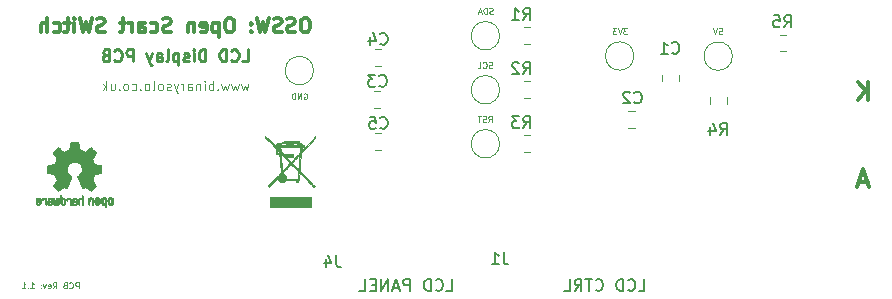
<source format=gbr>
G04 #@! TF.GenerationSoftware,KiCad,Pcbnew,5.1.6-c6e7f7d~87~ubuntu18.04.1*
G04 #@! TF.CreationDate,2020-08-29T18:23:14+01:00*
G04 #@! TF.ProjectId,ossw_lcd,6f737377-5f6c-4636-942e-6b696361645f,1.1*
G04 #@! TF.SameCoordinates,Original*
G04 #@! TF.FileFunction,Legend,Bot*
G04 #@! TF.FilePolarity,Positive*
%FSLAX46Y46*%
G04 Gerber Fmt 4.6, Leading zero omitted, Abs format (unit mm)*
G04 Created by KiCad (PCBNEW 5.1.6-c6e7f7d~87~ubuntu18.04.1) date 2020-08-29 18:23:14*
%MOMM*%
%LPD*%
G01*
G04 APERTURE LIST*
%ADD10C,0.300000*%
%ADD11C,0.125000*%
%ADD12C,0.250000*%
%ADD13C,0.010000*%
%ADD14C,0.120000*%
%ADD15C,0.150000*%
G04 APERTURE END LIST*
D10*
X194956857Y-91102571D02*
X194956857Y-89602571D01*
X194099714Y-91102571D02*
X194742571Y-90245428D01*
X194099714Y-89602571D02*
X194956857Y-90459714D01*
X194921142Y-98040000D02*
X194206857Y-98040000D01*
X195064000Y-98468571D02*
X194564000Y-96968571D01*
X194064000Y-98468571D01*
D11*
X128110952Y-107033190D02*
X128110952Y-106533190D01*
X127920476Y-106533190D01*
X127872857Y-106557000D01*
X127849047Y-106580809D01*
X127825238Y-106628428D01*
X127825238Y-106699857D01*
X127849047Y-106747476D01*
X127872857Y-106771285D01*
X127920476Y-106795095D01*
X128110952Y-106795095D01*
X127325238Y-106985571D02*
X127349047Y-107009380D01*
X127420476Y-107033190D01*
X127468095Y-107033190D01*
X127539523Y-107009380D01*
X127587142Y-106961761D01*
X127610952Y-106914142D01*
X127634761Y-106818904D01*
X127634761Y-106747476D01*
X127610952Y-106652238D01*
X127587142Y-106604619D01*
X127539523Y-106557000D01*
X127468095Y-106533190D01*
X127420476Y-106533190D01*
X127349047Y-106557000D01*
X127325238Y-106580809D01*
X126944285Y-106771285D02*
X126872857Y-106795095D01*
X126849047Y-106818904D01*
X126825238Y-106866523D01*
X126825238Y-106937952D01*
X126849047Y-106985571D01*
X126872857Y-107009380D01*
X126920476Y-107033190D01*
X127110952Y-107033190D01*
X127110952Y-106533190D01*
X126944285Y-106533190D01*
X126896666Y-106557000D01*
X126872857Y-106580809D01*
X126849047Y-106628428D01*
X126849047Y-106676047D01*
X126872857Y-106723666D01*
X126896666Y-106747476D01*
X126944285Y-106771285D01*
X127110952Y-106771285D01*
X125944285Y-107033190D02*
X126110952Y-106795095D01*
X126230000Y-107033190D02*
X126230000Y-106533190D01*
X126039523Y-106533190D01*
X125991904Y-106557000D01*
X125968095Y-106580809D01*
X125944285Y-106628428D01*
X125944285Y-106699857D01*
X125968095Y-106747476D01*
X125991904Y-106771285D01*
X126039523Y-106795095D01*
X126230000Y-106795095D01*
X125539523Y-107009380D02*
X125587142Y-107033190D01*
X125682380Y-107033190D01*
X125730000Y-107009380D01*
X125753809Y-106961761D01*
X125753809Y-106771285D01*
X125730000Y-106723666D01*
X125682380Y-106699857D01*
X125587142Y-106699857D01*
X125539523Y-106723666D01*
X125515714Y-106771285D01*
X125515714Y-106818904D01*
X125753809Y-106866523D01*
X125349047Y-106699857D02*
X125230000Y-107033190D01*
X125110952Y-106699857D01*
X124920476Y-106985571D02*
X124896666Y-107009380D01*
X124920476Y-107033190D01*
X124944285Y-107009380D01*
X124920476Y-106985571D01*
X124920476Y-107033190D01*
X124920476Y-106723666D02*
X124896666Y-106747476D01*
X124920476Y-106771285D01*
X124944285Y-106747476D01*
X124920476Y-106723666D01*
X124920476Y-106771285D01*
X124039523Y-107033190D02*
X124325238Y-107033190D01*
X124182380Y-107033190D02*
X124182380Y-106533190D01*
X124230000Y-106604619D01*
X124277619Y-106652238D01*
X124325238Y-106676047D01*
X123825238Y-106985571D02*
X123801428Y-107009380D01*
X123825238Y-107033190D01*
X123849047Y-107009380D01*
X123825238Y-106985571D01*
X123825238Y-107033190D01*
X123325238Y-107033190D02*
X123610952Y-107033190D01*
X123468095Y-107033190D02*
X123468095Y-106533190D01*
X123515714Y-106604619D01*
X123563333Y-106652238D01*
X123610952Y-106676047D01*
X142499576Y-89719171D02*
X142347195Y-90252504D01*
X142194814Y-89871552D01*
X142042433Y-90252504D01*
X141890052Y-89719171D01*
X141661480Y-89719171D02*
X141509100Y-90252504D01*
X141356719Y-89871552D01*
X141204338Y-90252504D01*
X141051957Y-89719171D01*
X140823385Y-89719171D02*
X140671004Y-90252504D01*
X140518623Y-89871552D01*
X140366242Y-90252504D01*
X140213861Y-89719171D01*
X139909100Y-90176314D02*
X139871004Y-90214409D01*
X139909100Y-90252504D01*
X139947195Y-90214409D01*
X139909100Y-90176314D01*
X139909100Y-90252504D01*
X139528147Y-90252504D02*
X139528147Y-89452504D01*
X139528147Y-89757266D02*
X139451957Y-89719171D01*
X139299576Y-89719171D01*
X139223385Y-89757266D01*
X139185290Y-89795361D01*
X139147195Y-89871552D01*
X139147195Y-90100123D01*
X139185290Y-90176314D01*
X139223385Y-90214409D01*
X139299576Y-90252504D01*
X139451957Y-90252504D01*
X139528147Y-90214409D01*
X138804338Y-90252504D02*
X138804338Y-89719171D01*
X138804338Y-89452504D02*
X138842433Y-89490600D01*
X138804338Y-89528695D01*
X138766242Y-89490600D01*
X138804338Y-89452504D01*
X138804338Y-89528695D01*
X138423385Y-89719171D02*
X138423385Y-90252504D01*
X138423385Y-89795361D02*
X138385290Y-89757266D01*
X138309100Y-89719171D01*
X138194814Y-89719171D01*
X138118623Y-89757266D01*
X138080528Y-89833457D01*
X138080528Y-90252504D01*
X137356719Y-90252504D02*
X137356719Y-89833457D01*
X137394814Y-89757266D01*
X137471004Y-89719171D01*
X137623385Y-89719171D01*
X137699576Y-89757266D01*
X137356719Y-90214409D02*
X137432909Y-90252504D01*
X137623385Y-90252504D01*
X137699576Y-90214409D01*
X137737671Y-90138219D01*
X137737671Y-90062028D01*
X137699576Y-89985838D01*
X137623385Y-89947742D01*
X137432909Y-89947742D01*
X137356719Y-89909647D01*
X136975766Y-90252504D02*
X136975766Y-89719171D01*
X136975766Y-89871552D02*
X136937671Y-89795361D01*
X136899576Y-89757266D01*
X136823385Y-89719171D01*
X136747195Y-89719171D01*
X136556719Y-89719171D02*
X136366242Y-90252504D01*
X136175766Y-89719171D02*
X136366242Y-90252504D01*
X136442433Y-90442980D01*
X136480528Y-90481076D01*
X136556719Y-90519171D01*
X135909100Y-90214409D02*
X135832909Y-90252504D01*
X135680528Y-90252504D01*
X135604338Y-90214409D01*
X135566242Y-90138219D01*
X135566242Y-90100123D01*
X135604338Y-90023933D01*
X135680528Y-89985838D01*
X135794814Y-89985838D01*
X135871004Y-89947742D01*
X135909100Y-89871552D01*
X135909100Y-89833457D01*
X135871004Y-89757266D01*
X135794814Y-89719171D01*
X135680528Y-89719171D01*
X135604338Y-89757266D01*
X135109100Y-90252504D02*
X135185290Y-90214409D01*
X135223385Y-90176314D01*
X135261480Y-90100123D01*
X135261480Y-89871552D01*
X135223385Y-89795361D01*
X135185290Y-89757266D01*
X135109100Y-89719171D01*
X134994814Y-89719171D01*
X134918623Y-89757266D01*
X134880528Y-89795361D01*
X134842433Y-89871552D01*
X134842433Y-90100123D01*
X134880528Y-90176314D01*
X134918623Y-90214409D01*
X134994814Y-90252504D01*
X135109100Y-90252504D01*
X134385290Y-90252504D02*
X134461480Y-90214409D01*
X134499576Y-90138219D01*
X134499576Y-89452504D01*
X133966242Y-90252504D02*
X134042433Y-90214409D01*
X134080528Y-90176314D01*
X134118623Y-90100123D01*
X134118623Y-89871552D01*
X134080528Y-89795361D01*
X134042433Y-89757266D01*
X133966242Y-89719171D01*
X133851957Y-89719171D01*
X133775766Y-89757266D01*
X133737671Y-89795361D01*
X133699576Y-89871552D01*
X133699576Y-90100123D01*
X133737671Y-90176314D01*
X133775766Y-90214409D01*
X133851957Y-90252504D01*
X133966242Y-90252504D01*
X133356719Y-90176314D02*
X133318623Y-90214409D01*
X133356719Y-90252504D01*
X133394814Y-90214409D01*
X133356719Y-90176314D01*
X133356719Y-90252504D01*
X132632909Y-90214409D02*
X132709100Y-90252504D01*
X132861480Y-90252504D01*
X132937671Y-90214409D01*
X132975766Y-90176314D01*
X133013861Y-90100123D01*
X133013861Y-89871552D01*
X132975766Y-89795361D01*
X132937671Y-89757266D01*
X132861480Y-89719171D01*
X132709100Y-89719171D01*
X132632909Y-89757266D01*
X132175766Y-90252504D02*
X132251957Y-90214409D01*
X132290052Y-90176314D01*
X132328147Y-90100123D01*
X132328147Y-89871552D01*
X132290052Y-89795361D01*
X132251957Y-89757266D01*
X132175766Y-89719171D01*
X132061480Y-89719171D01*
X131985290Y-89757266D01*
X131947195Y-89795361D01*
X131909100Y-89871552D01*
X131909100Y-90100123D01*
X131947195Y-90176314D01*
X131985290Y-90214409D01*
X132061480Y-90252504D01*
X132175766Y-90252504D01*
X131566242Y-90176314D02*
X131528147Y-90214409D01*
X131566242Y-90252504D01*
X131604338Y-90214409D01*
X131566242Y-90176314D01*
X131566242Y-90252504D01*
X130842433Y-89719171D02*
X130842433Y-90252504D01*
X131185290Y-89719171D02*
X131185290Y-90138219D01*
X131147195Y-90214409D01*
X131071004Y-90252504D01*
X130956719Y-90252504D01*
X130880528Y-90214409D01*
X130842433Y-90176314D01*
X130461480Y-90252504D02*
X130461480Y-89452504D01*
X130385290Y-89947742D02*
X130156719Y-90252504D01*
X130156719Y-89719171D02*
X130461480Y-90023933D01*
D12*
X141951957Y-87802980D02*
X142428147Y-87802980D01*
X142428147Y-86802980D01*
X141047195Y-87707742D02*
X141094814Y-87755361D01*
X141237671Y-87802980D01*
X141332909Y-87802980D01*
X141475766Y-87755361D01*
X141571004Y-87660123D01*
X141618623Y-87564885D01*
X141666242Y-87374409D01*
X141666242Y-87231552D01*
X141618623Y-87041076D01*
X141571004Y-86945838D01*
X141475766Y-86850600D01*
X141332909Y-86802980D01*
X141237671Y-86802980D01*
X141094814Y-86850600D01*
X141047195Y-86898219D01*
X140618623Y-87802980D02*
X140618623Y-86802980D01*
X140380528Y-86802980D01*
X140237671Y-86850600D01*
X140142433Y-86945838D01*
X140094814Y-87041076D01*
X140047195Y-87231552D01*
X140047195Y-87374409D01*
X140094814Y-87564885D01*
X140142433Y-87660123D01*
X140237671Y-87755361D01*
X140380528Y-87802980D01*
X140618623Y-87802980D01*
X138856719Y-87802980D02*
X138856719Y-86802980D01*
X138618623Y-86802980D01*
X138475766Y-86850600D01*
X138380528Y-86945838D01*
X138332909Y-87041076D01*
X138285290Y-87231552D01*
X138285290Y-87374409D01*
X138332909Y-87564885D01*
X138380528Y-87660123D01*
X138475766Y-87755361D01*
X138618623Y-87802980D01*
X138856719Y-87802980D01*
X137856719Y-87802980D02*
X137856719Y-87136314D01*
X137856719Y-86802980D02*
X137904338Y-86850600D01*
X137856719Y-86898219D01*
X137809100Y-86850600D01*
X137856719Y-86802980D01*
X137856719Y-86898219D01*
X137428147Y-87755361D02*
X137332909Y-87802980D01*
X137142433Y-87802980D01*
X137047195Y-87755361D01*
X136999576Y-87660123D01*
X136999576Y-87612504D01*
X137047195Y-87517266D01*
X137142433Y-87469647D01*
X137285290Y-87469647D01*
X137380528Y-87422028D01*
X137428147Y-87326790D01*
X137428147Y-87279171D01*
X137380528Y-87183933D01*
X137285290Y-87136314D01*
X137142433Y-87136314D01*
X137047195Y-87183933D01*
X136571004Y-87136314D02*
X136571004Y-88136314D01*
X136571004Y-87183933D02*
X136475766Y-87136314D01*
X136285290Y-87136314D01*
X136190052Y-87183933D01*
X136142433Y-87231552D01*
X136094814Y-87326790D01*
X136094814Y-87612504D01*
X136142433Y-87707742D01*
X136190052Y-87755361D01*
X136285290Y-87802980D01*
X136475766Y-87802980D01*
X136571004Y-87755361D01*
X135523385Y-87802980D02*
X135618623Y-87755361D01*
X135666242Y-87660123D01*
X135666242Y-86802980D01*
X134713861Y-87802980D02*
X134713861Y-87279171D01*
X134761480Y-87183933D01*
X134856719Y-87136314D01*
X135047195Y-87136314D01*
X135142433Y-87183933D01*
X134713861Y-87755361D02*
X134809100Y-87802980D01*
X135047195Y-87802980D01*
X135142433Y-87755361D01*
X135190052Y-87660123D01*
X135190052Y-87564885D01*
X135142433Y-87469647D01*
X135047195Y-87422028D01*
X134809100Y-87422028D01*
X134713861Y-87374409D01*
X134332909Y-87136314D02*
X134094814Y-87802980D01*
X133856719Y-87136314D02*
X134094814Y-87802980D01*
X134190052Y-88041076D01*
X134237671Y-88088695D01*
X134332909Y-88136314D01*
X132713861Y-87802980D02*
X132713861Y-86802980D01*
X132332909Y-86802980D01*
X132237671Y-86850600D01*
X132190052Y-86898219D01*
X132142433Y-86993457D01*
X132142433Y-87136314D01*
X132190052Y-87231552D01*
X132237671Y-87279171D01*
X132332909Y-87326790D01*
X132713861Y-87326790D01*
X131142433Y-87707742D02*
X131190052Y-87755361D01*
X131332909Y-87802980D01*
X131428147Y-87802980D01*
X131571004Y-87755361D01*
X131666242Y-87660123D01*
X131713861Y-87564885D01*
X131761480Y-87374409D01*
X131761480Y-87231552D01*
X131713861Y-87041076D01*
X131666242Y-86945838D01*
X131571004Y-86850600D01*
X131428147Y-86802980D01*
X131332909Y-86802980D01*
X131190052Y-86850600D01*
X131142433Y-86898219D01*
X130380528Y-87279171D02*
X130237671Y-87326790D01*
X130190052Y-87374409D01*
X130142433Y-87469647D01*
X130142433Y-87612504D01*
X130190052Y-87707742D01*
X130237671Y-87755361D01*
X130332909Y-87802980D01*
X130713861Y-87802980D01*
X130713861Y-86802980D01*
X130380528Y-86802980D01*
X130285290Y-86850600D01*
X130237671Y-86898219D01*
X130190052Y-86993457D01*
X130190052Y-87088695D01*
X130237671Y-87183933D01*
X130285290Y-87231552D01*
X130380528Y-87279171D01*
X130713861Y-87279171D01*
D10*
X147423385Y-84153457D02*
X147194814Y-84153457D01*
X147080528Y-84210600D01*
X146966242Y-84324885D01*
X146909100Y-84553457D01*
X146909100Y-84953457D01*
X146966242Y-85182028D01*
X147080528Y-85296314D01*
X147194814Y-85353457D01*
X147423385Y-85353457D01*
X147537671Y-85296314D01*
X147651957Y-85182028D01*
X147709100Y-84953457D01*
X147709100Y-84553457D01*
X147651957Y-84324885D01*
X147537671Y-84210600D01*
X147423385Y-84153457D01*
X146451957Y-85296314D02*
X146280528Y-85353457D01*
X145994814Y-85353457D01*
X145880528Y-85296314D01*
X145823385Y-85239171D01*
X145766242Y-85124885D01*
X145766242Y-85010600D01*
X145823385Y-84896314D01*
X145880528Y-84839171D01*
X145994814Y-84782028D01*
X146223385Y-84724885D01*
X146337671Y-84667742D01*
X146394814Y-84610600D01*
X146451957Y-84496314D01*
X146451957Y-84382028D01*
X146394814Y-84267742D01*
X146337671Y-84210600D01*
X146223385Y-84153457D01*
X145937671Y-84153457D01*
X145766242Y-84210600D01*
X145309100Y-85296314D02*
X145137671Y-85353457D01*
X144851957Y-85353457D01*
X144737671Y-85296314D01*
X144680528Y-85239171D01*
X144623385Y-85124885D01*
X144623385Y-85010600D01*
X144680528Y-84896314D01*
X144737671Y-84839171D01*
X144851957Y-84782028D01*
X145080528Y-84724885D01*
X145194814Y-84667742D01*
X145251957Y-84610600D01*
X145309100Y-84496314D01*
X145309100Y-84382028D01*
X145251957Y-84267742D01*
X145194814Y-84210600D01*
X145080528Y-84153457D01*
X144794814Y-84153457D01*
X144623385Y-84210600D01*
X144223385Y-84153457D02*
X143937671Y-85353457D01*
X143709100Y-84496314D01*
X143480528Y-85353457D01*
X143194814Y-84153457D01*
X142737671Y-85239171D02*
X142680528Y-85296314D01*
X142737671Y-85353457D01*
X142794814Y-85296314D01*
X142737671Y-85239171D01*
X142737671Y-85353457D01*
X142737671Y-84610600D02*
X142680528Y-84667742D01*
X142737671Y-84724885D01*
X142794814Y-84667742D01*
X142737671Y-84610600D01*
X142737671Y-84724885D01*
X141023385Y-84153457D02*
X140794814Y-84153457D01*
X140680528Y-84210600D01*
X140566242Y-84324885D01*
X140509100Y-84553457D01*
X140509100Y-84953457D01*
X140566242Y-85182028D01*
X140680528Y-85296314D01*
X140794814Y-85353457D01*
X141023385Y-85353457D01*
X141137671Y-85296314D01*
X141251957Y-85182028D01*
X141309100Y-84953457D01*
X141309100Y-84553457D01*
X141251957Y-84324885D01*
X141137671Y-84210600D01*
X141023385Y-84153457D01*
X139994814Y-84553457D02*
X139994814Y-85753457D01*
X139994814Y-84610600D02*
X139880528Y-84553457D01*
X139651957Y-84553457D01*
X139537671Y-84610600D01*
X139480528Y-84667742D01*
X139423385Y-84782028D01*
X139423385Y-85124885D01*
X139480528Y-85239171D01*
X139537671Y-85296314D01*
X139651957Y-85353457D01*
X139880528Y-85353457D01*
X139994814Y-85296314D01*
X138451957Y-85296314D02*
X138566242Y-85353457D01*
X138794814Y-85353457D01*
X138909100Y-85296314D01*
X138966242Y-85182028D01*
X138966242Y-84724885D01*
X138909100Y-84610600D01*
X138794814Y-84553457D01*
X138566242Y-84553457D01*
X138451957Y-84610600D01*
X138394814Y-84724885D01*
X138394814Y-84839171D01*
X138966242Y-84953457D01*
X137880528Y-84553457D02*
X137880528Y-85353457D01*
X137880528Y-84667742D02*
X137823385Y-84610600D01*
X137709100Y-84553457D01*
X137537671Y-84553457D01*
X137423385Y-84610600D01*
X137366242Y-84724885D01*
X137366242Y-85353457D01*
X135937671Y-85296314D02*
X135766242Y-85353457D01*
X135480528Y-85353457D01*
X135366242Y-85296314D01*
X135309100Y-85239171D01*
X135251957Y-85124885D01*
X135251957Y-85010600D01*
X135309100Y-84896314D01*
X135366242Y-84839171D01*
X135480528Y-84782028D01*
X135709100Y-84724885D01*
X135823385Y-84667742D01*
X135880528Y-84610600D01*
X135937671Y-84496314D01*
X135937671Y-84382028D01*
X135880528Y-84267742D01*
X135823385Y-84210600D01*
X135709100Y-84153457D01*
X135423385Y-84153457D01*
X135251957Y-84210600D01*
X134223385Y-85296314D02*
X134337671Y-85353457D01*
X134566242Y-85353457D01*
X134680528Y-85296314D01*
X134737671Y-85239171D01*
X134794814Y-85124885D01*
X134794814Y-84782028D01*
X134737671Y-84667742D01*
X134680528Y-84610600D01*
X134566242Y-84553457D01*
X134337671Y-84553457D01*
X134223385Y-84610600D01*
X133194814Y-85353457D02*
X133194814Y-84724885D01*
X133251957Y-84610600D01*
X133366242Y-84553457D01*
X133594814Y-84553457D01*
X133709100Y-84610600D01*
X133194814Y-85296314D02*
X133309100Y-85353457D01*
X133594814Y-85353457D01*
X133709100Y-85296314D01*
X133766242Y-85182028D01*
X133766242Y-85067742D01*
X133709100Y-84953457D01*
X133594814Y-84896314D01*
X133309100Y-84896314D01*
X133194814Y-84839171D01*
X132623385Y-85353457D02*
X132623385Y-84553457D01*
X132623385Y-84782028D02*
X132566242Y-84667742D01*
X132509100Y-84610600D01*
X132394814Y-84553457D01*
X132280528Y-84553457D01*
X132051957Y-84553457D02*
X131594814Y-84553457D01*
X131880528Y-84153457D02*
X131880528Y-85182028D01*
X131823385Y-85296314D01*
X131709100Y-85353457D01*
X131594814Y-85353457D01*
X130337671Y-85296314D02*
X130166242Y-85353457D01*
X129880528Y-85353457D01*
X129766242Y-85296314D01*
X129709100Y-85239171D01*
X129651957Y-85124885D01*
X129651957Y-85010600D01*
X129709100Y-84896314D01*
X129766242Y-84839171D01*
X129880528Y-84782028D01*
X130109100Y-84724885D01*
X130223385Y-84667742D01*
X130280528Y-84610600D01*
X130337671Y-84496314D01*
X130337671Y-84382028D01*
X130280528Y-84267742D01*
X130223385Y-84210600D01*
X130109100Y-84153457D01*
X129823385Y-84153457D01*
X129651957Y-84210600D01*
X129251957Y-84153457D02*
X128966242Y-85353457D01*
X128737671Y-84496314D01*
X128509100Y-85353457D01*
X128223385Y-84153457D01*
X127766242Y-85353457D02*
X127766242Y-84553457D01*
X127766242Y-84153457D02*
X127823385Y-84210600D01*
X127766242Y-84267742D01*
X127709100Y-84210600D01*
X127766242Y-84153457D01*
X127766242Y-84267742D01*
X127366242Y-84553457D02*
X126909100Y-84553457D01*
X127194814Y-84153457D02*
X127194814Y-85182028D01*
X127137671Y-85296314D01*
X127023385Y-85353457D01*
X126909100Y-85353457D01*
X125994814Y-85296314D02*
X126109100Y-85353457D01*
X126337671Y-85353457D01*
X126451957Y-85296314D01*
X126509100Y-85239171D01*
X126566242Y-85124885D01*
X126566242Y-84782028D01*
X126509100Y-84667742D01*
X126451957Y-84610600D01*
X126337671Y-84553457D01*
X126109100Y-84553457D01*
X125994814Y-84610600D01*
X125480528Y-85353457D02*
X125480528Y-84153457D01*
X124966242Y-85353457D02*
X124966242Y-84724885D01*
X125023385Y-84610600D01*
X125137671Y-84553457D01*
X125309100Y-84553457D01*
X125423385Y-84610600D01*
X125480528Y-84667742D01*
D13*
G36*
X130162256Y-99328918D02*
G01*
X130106799Y-99356568D01*
X130057852Y-99407480D01*
X130044371Y-99426338D01*
X130029686Y-99451015D01*
X130020158Y-99477816D01*
X130014707Y-99513587D01*
X130012253Y-99565169D01*
X130011714Y-99633267D01*
X130014148Y-99726588D01*
X130022606Y-99796657D01*
X130038826Y-99848931D01*
X130064546Y-99888869D01*
X130101503Y-99921929D01*
X130104218Y-99923886D01*
X130140640Y-99943908D01*
X130184498Y-99953815D01*
X130240276Y-99956257D01*
X130330952Y-99956257D01*
X130330990Y-100044283D01*
X130331834Y-100093308D01*
X130336976Y-100122065D01*
X130350413Y-100139311D01*
X130376142Y-100153808D01*
X130382321Y-100156769D01*
X130411236Y-100170648D01*
X130433624Y-100179414D01*
X130450271Y-100180171D01*
X130461964Y-100170023D01*
X130469490Y-100146073D01*
X130473634Y-100105426D01*
X130475185Y-100045186D01*
X130474929Y-99962455D01*
X130473651Y-99854339D01*
X130473252Y-99822000D01*
X130471815Y-99710524D01*
X130470528Y-99637603D01*
X130331029Y-99637603D01*
X130330245Y-99699499D01*
X130326760Y-99739997D01*
X130318876Y-99766708D01*
X130304895Y-99787244D01*
X130295403Y-99797260D01*
X130256596Y-99826567D01*
X130222237Y-99828952D01*
X130186784Y-99804750D01*
X130185886Y-99803857D01*
X130171461Y-99785153D01*
X130162687Y-99759732D01*
X130158261Y-99720584D01*
X130156882Y-99660697D01*
X130156857Y-99647430D01*
X130160188Y-99564901D01*
X130171031Y-99507691D01*
X130190660Y-99472766D01*
X130220350Y-99457094D01*
X130237509Y-99455514D01*
X130278234Y-99462926D01*
X130306168Y-99487330D01*
X130322983Y-99531980D01*
X130330350Y-99600130D01*
X130331029Y-99637603D01*
X130470528Y-99637603D01*
X130470292Y-99624245D01*
X130468323Y-99559333D01*
X130465550Y-99511958D01*
X130461612Y-99478290D01*
X130456151Y-99454498D01*
X130448808Y-99436753D01*
X130439223Y-99421224D01*
X130435113Y-99415381D01*
X130380595Y-99360185D01*
X130311664Y-99328890D01*
X130231928Y-99320165D01*
X130162256Y-99328918D01*
G37*
X130162256Y-99328918D02*
X130106799Y-99356568D01*
X130057852Y-99407480D01*
X130044371Y-99426338D01*
X130029686Y-99451015D01*
X130020158Y-99477816D01*
X130014707Y-99513587D01*
X130012253Y-99565169D01*
X130011714Y-99633267D01*
X130014148Y-99726588D01*
X130022606Y-99796657D01*
X130038826Y-99848931D01*
X130064546Y-99888869D01*
X130101503Y-99921929D01*
X130104218Y-99923886D01*
X130140640Y-99943908D01*
X130184498Y-99953815D01*
X130240276Y-99956257D01*
X130330952Y-99956257D01*
X130330990Y-100044283D01*
X130331834Y-100093308D01*
X130336976Y-100122065D01*
X130350413Y-100139311D01*
X130376142Y-100153808D01*
X130382321Y-100156769D01*
X130411236Y-100170648D01*
X130433624Y-100179414D01*
X130450271Y-100180171D01*
X130461964Y-100170023D01*
X130469490Y-100146073D01*
X130473634Y-100105426D01*
X130475185Y-100045186D01*
X130474929Y-99962455D01*
X130473651Y-99854339D01*
X130473252Y-99822000D01*
X130471815Y-99710524D01*
X130470528Y-99637603D01*
X130331029Y-99637603D01*
X130330245Y-99699499D01*
X130326760Y-99739997D01*
X130318876Y-99766708D01*
X130304895Y-99787244D01*
X130295403Y-99797260D01*
X130256596Y-99826567D01*
X130222237Y-99828952D01*
X130186784Y-99804750D01*
X130185886Y-99803857D01*
X130171461Y-99785153D01*
X130162687Y-99759732D01*
X130158261Y-99720584D01*
X130156882Y-99660697D01*
X130156857Y-99647430D01*
X130160188Y-99564901D01*
X130171031Y-99507691D01*
X130190660Y-99472766D01*
X130220350Y-99457094D01*
X130237509Y-99455514D01*
X130278234Y-99462926D01*
X130306168Y-99487330D01*
X130322983Y-99531980D01*
X130330350Y-99600130D01*
X130331029Y-99637603D01*
X130470528Y-99637603D01*
X130470292Y-99624245D01*
X130468323Y-99559333D01*
X130465550Y-99511958D01*
X130461612Y-99478290D01*
X130456151Y-99454498D01*
X130448808Y-99436753D01*
X130439223Y-99421224D01*
X130435113Y-99415381D01*
X130380595Y-99360185D01*
X130311664Y-99328890D01*
X130231928Y-99320165D01*
X130162256Y-99328918D01*
G36*
X129045907Y-99336780D02*
G01*
X128999328Y-99363723D01*
X128966943Y-99390466D01*
X128943258Y-99418484D01*
X128926941Y-99452748D01*
X128916661Y-99498227D01*
X128911086Y-99559892D01*
X128908884Y-99642711D01*
X128908629Y-99702246D01*
X128908629Y-99921391D01*
X128970314Y-99949044D01*
X129032000Y-99976697D01*
X129039257Y-99736670D01*
X129042256Y-99647028D01*
X129045402Y-99581962D01*
X129049299Y-99537026D01*
X129054553Y-99507770D01*
X129061769Y-99489748D01*
X129071550Y-99478511D01*
X129074688Y-99476079D01*
X129122239Y-99457083D01*
X129170303Y-99464600D01*
X129198914Y-99484543D01*
X129210553Y-99498675D01*
X129218609Y-99517220D01*
X129223729Y-99545334D01*
X129226559Y-99588173D01*
X129227744Y-99650895D01*
X129227943Y-99716261D01*
X129227982Y-99798268D01*
X129229386Y-99856316D01*
X129234086Y-99895465D01*
X129244013Y-99920780D01*
X129261097Y-99937323D01*
X129287268Y-99950156D01*
X129322225Y-99963491D01*
X129360404Y-99978007D01*
X129355859Y-99720389D01*
X129354029Y-99627519D01*
X129351888Y-99558889D01*
X129348819Y-99509711D01*
X129344206Y-99475198D01*
X129337432Y-99450562D01*
X129327881Y-99431016D01*
X129316366Y-99413770D01*
X129260810Y-99358680D01*
X129193020Y-99326822D01*
X129119287Y-99319191D01*
X129045907Y-99336780D01*
G37*
X129045907Y-99336780D02*
X128999328Y-99363723D01*
X128966943Y-99390466D01*
X128943258Y-99418484D01*
X128926941Y-99452748D01*
X128916661Y-99498227D01*
X128911086Y-99559892D01*
X128908884Y-99642711D01*
X128908629Y-99702246D01*
X128908629Y-99921391D01*
X128970314Y-99949044D01*
X129032000Y-99976697D01*
X129039257Y-99736670D01*
X129042256Y-99647028D01*
X129045402Y-99581962D01*
X129049299Y-99537026D01*
X129054553Y-99507770D01*
X129061769Y-99489748D01*
X129071550Y-99478511D01*
X129074688Y-99476079D01*
X129122239Y-99457083D01*
X129170303Y-99464600D01*
X129198914Y-99484543D01*
X129210553Y-99498675D01*
X129218609Y-99517220D01*
X129223729Y-99545334D01*
X129226559Y-99588173D01*
X129227744Y-99650895D01*
X129227943Y-99716261D01*
X129227982Y-99798268D01*
X129229386Y-99856316D01*
X129234086Y-99895465D01*
X129244013Y-99920780D01*
X129261097Y-99937323D01*
X129287268Y-99950156D01*
X129322225Y-99963491D01*
X129360404Y-99978007D01*
X129355859Y-99720389D01*
X129354029Y-99627519D01*
X129351888Y-99558889D01*
X129348819Y-99509711D01*
X129344206Y-99475198D01*
X129337432Y-99450562D01*
X129327881Y-99431016D01*
X129316366Y-99413770D01*
X129260810Y-99358680D01*
X129193020Y-99326822D01*
X129119287Y-99319191D01*
X129045907Y-99336780D01*
G36*
X130720885Y-99330962D02*
G01*
X130652855Y-99366733D01*
X130602649Y-99424301D01*
X130584815Y-99461312D01*
X130570937Y-99516882D01*
X130563833Y-99587096D01*
X130563160Y-99663727D01*
X130568573Y-99738552D01*
X130579730Y-99803342D01*
X130596286Y-99849873D01*
X130601374Y-99857887D01*
X130661645Y-99917707D01*
X130733231Y-99953535D01*
X130810908Y-99964020D01*
X130889452Y-99947810D01*
X130911311Y-99938092D01*
X130953878Y-99908143D01*
X130991237Y-99868433D01*
X130994768Y-99863397D01*
X131009119Y-99839124D01*
X131018606Y-99813178D01*
X131024210Y-99779022D01*
X131026914Y-99730119D01*
X131027701Y-99659935D01*
X131027714Y-99644200D01*
X131027678Y-99639192D01*
X130882571Y-99639192D01*
X130881727Y-99705430D01*
X130878404Y-99749386D01*
X130871417Y-99777779D01*
X130859584Y-99797325D01*
X130853543Y-99803857D01*
X130818814Y-99828680D01*
X130785097Y-99827548D01*
X130751005Y-99806016D01*
X130730671Y-99783029D01*
X130718629Y-99749478D01*
X130711866Y-99696569D01*
X130711402Y-99690399D01*
X130710248Y-99594513D01*
X130722312Y-99523299D01*
X130747430Y-99477194D01*
X130785440Y-99456635D01*
X130799008Y-99455514D01*
X130834636Y-99461152D01*
X130859006Y-99480686D01*
X130873907Y-99518042D01*
X130881125Y-99577150D01*
X130882571Y-99639192D01*
X131027678Y-99639192D01*
X131027174Y-99569413D01*
X131024904Y-99517159D01*
X131019932Y-99480949D01*
X131011287Y-99454299D01*
X130997995Y-99430722D01*
X130995057Y-99426338D01*
X130945687Y-99367249D01*
X130891891Y-99332947D01*
X130826398Y-99319331D01*
X130804158Y-99318665D01*
X130720885Y-99330962D01*
G37*
X130720885Y-99330962D02*
X130652855Y-99366733D01*
X130602649Y-99424301D01*
X130584815Y-99461312D01*
X130570937Y-99516882D01*
X130563833Y-99587096D01*
X130563160Y-99663727D01*
X130568573Y-99738552D01*
X130579730Y-99803342D01*
X130596286Y-99849873D01*
X130601374Y-99857887D01*
X130661645Y-99917707D01*
X130733231Y-99953535D01*
X130810908Y-99964020D01*
X130889452Y-99947810D01*
X130911311Y-99938092D01*
X130953878Y-99908143D01*
X130991237Y-99868433D01*
X130994768Y-99863397D01*
X131009119Y-99839124D01*
X131018606Y-99813178D01*
X131024210Y-99779022D01*
X131026914Y-99730119D01*
X131027701Y-99659935D01*
X131027714Y-99644200D01*
X131027678Y-99639192D01*
X130882571Y-99639192D01*
X130881727Y-99705430D01*
X130878404Y-99749386D01*
X130871417Y-99777779D01*
X130859584Y-99797325D01*
X130853543Y-99803857D01*
X130818814Y-99828680D01*
X130785097Y-99827548D01*
X130751005Y-99806016D01*
X130730671Y-99783029D01*
X130718629Y-99749478D01*
X130711866Y-99696569D01*
X130711402Y-99690399D01*
X130710248Y-99594513D01*
X130722312Y-99523299D01*
X130747430Y-99477194D01*
X130785440Y-99456635D01*
X130799008Y-99455514D01*
X130834636Y-99461152D01*
X130859006Y-99480686D01*
X130873907Y-99518042D01*
X130881125Y-99577150D01*
X130882571Y-99639192D01*
X131027678Y-99639192D01*
X131027174Y-99569413D01*
X131024904Y-99517159D01*
X131019932Y-99480949D01*
X131011287Y-99454299D01*
X130997995Y-99430722D01*
X130995057Y-99426338D01*
X130945687Y-99367249D01*
X130891891Y-99332947D01*
X130826398Y-99319331D01*
X130804158Y-99318665D01*
X130720885Y-99330962D01*
G36*
X129593697Y-99340239D02*
G01*
X129536473Y-99378735D01*
X129492251Y-99434335D01*
X129465833Y-99505086D01*
X129460490Y-99557162D01*
X129461097Y-99578893D01*
X129466178Y-99595531D01*
X129480145Y-99610437D01*
X129507411Y-99626973D01*
X129552388Y-99648498D01*
X129619489Y-99678374D01*
X129619829Y-99678524D01*
X129681593Y-99706813D01*
X129732241Y-99731933D01*
X129766596Y-99751179D01*
X129779482Y-99761848D01*
X129779486Y-99761934D01*
X129768128Y-99785166D01*
X129741569Y-99810774D01*
X129711077Y-99829221D01*
X129695630Y-99832886D01*
X129653485Y-99820212D01*
X129617192Y-99788471D01*
X129599483Y-99753572D01*
X129582448Y-99727845D01*
X129549078Y-99698546D01*
X129509851Y-99673235D01*
X129475244Y-99659471D01*
X129468007Y-99658714D01*
X129459861Y-99671160D01*
X129459370Y-99702972D01*
X129465357Y-99745866D01*
X129476643Y-99791558D01*
X129492050Y-99831761D01*
X129492829Y-99833322D01*
X129539196Y-99898062D01*
X129599289Y-99942097D01*
X129667535Y-99963711D01*
X129738362Y-99961185D01*
X129806196Y-99932804D01*
X129809212Y-99930808D01*
X129862573Y-99882448D01*
X129897660Y-99819352D01*
X129917078Y-99736387D01*
X129919684Y-99713078D01*
X129924299Y-99603055D01*
X129918767Y-99551748D01*
X129779486Y-99551748D01*
X129777676Y-99583753D01*
X129767778Y-99593093D01*
X129743102Y-99586105D01*
X129704205Y-99569587D01*
X129660725Y-99548881D01*
X129659644Y-99548333D01*
X129622791Y-99528949D01*
X129608000Y-99516013D01*
X129611647Y-99502451D01*
X129627005Y-99484632D01*
X129666077Y-99458845D01*
X129708154Y-99456950D01*
X129745897Y-99475717D01*
X129771966Y-99511915D01*
X129779486Y-99551748D01*
X129918767Y-99551748D01*
X129914806Y-99515027D01*
X129890450Y-99445212D01*
X129856544Y-99396302D01*
X129795347Y-99346878D01*
X129727937Y-99322359D01*
X129659120Y-99320797D01*
X129593697Y-99340239D01*
G37*
X129593697Y-99340239D02*
X129536473Y-99378735D01*
X129492251Y-99434335D01*
X129465833Y-99505086D01*
X129460490Y-99557162D01*
X129461097Y-99578893D01*
X129466178Y-99595531D01*
X129480145Y-99610437D01*
X129507411Y-99626973D01*
X129552388Y-99648498D01*
X129619489Y-99678374D01*
X129619829Y-99678524D01*
X129681593Y-99706813D01*
X129732241Y-99731933D01*
X129766596Y-99751179D01*
X129779482Y-99761848D01*
X129779486Y-99761934D01*
X129768128Y-99785166D01*
X129741569Y-99810774D01*
X129711077Y-99829221D01*
X129695630Y-99832886D01*
X129653485Y-99820212D01*
X129617192Y-99788471D01*
X129599483Y-99753572D01*
X129582448Y-99727845D01*
X129549078Y-99698546D01*
X129509851Y-99673235D01*
X129475244Y-99659471D01*
X129468007Y-99658714D01*
X129459861Y-99671160D01*
X129459370Y-99702972D01*
X129465357Y-99745866D01*
X129476643Y-99791558D01*
X129492050Y-99831761D01*
X129492829Y-99833322D01*
X129539196Y-99898062D01*
X129599289Y-99942097D01*
X129667535Y-99963711D01*
X129738362Y-99961185D01*
X129806196Y-99932804D01*
X129809212Y-99930808D01*
X129862573Y-99882448D01*
X129897660Y-99819352D01*
X129917078Y-99736387D01*
X129919684Y-99713078D01*
X129924299Y-99603055D01*
X129918767Y-99551748D01*
X129779486Y-99551748D01*
X129777676Y-99583753D01*
X129767778Y-99593093D01*
X129743102Y-99586105D01*
X129704205Y-99569587D01*
X129660725Y-99548881D01*
X129659644Y-99548333D01*
X129622791Y-99528949D01*
X129608000Y-99516013D01*
X129611647Y-99502451D01*
X129627005Y-99484632D01*
X129666077Y-99458845D01*
X129708154Y-99456950D01*
X129745897Y-99475717D01*
X129771966Y-99511915D01*
X129779486Y-99551748D01*
X129918767Y-99551748D01*
X129914806Y-99515027D01*
X129890450Y-99445212D01*
X129856544Y-99396302D01*
X129795347Y-99346878D01*
X129727937Y-99322359D01*
X129659120Y-99320797D01*
X129593697Y-99340239D01*
G36*
X128386114Y-99260289D02*
G01*
X128381861Y-99319613D01*
X128376975Y-99354572D01*
X128370205Y-99369820D01*
X128360298Y-99370015D01*
X128357086Y-99368195D01*
X128314356Y-99355015D01*
X128258773Y-99355785D01*
X128202263Y-99369333D01*
X128166918Y-99386861D01*
X128130679Y-99414861D01*
X128104187Y-99446549D01*
X128086001Y-99486813D01*
X128074678Y-99540543D01*
X128068778Y-99612626D01*
X128066857Y-99707951D01*
X128066823Y-99726237D01*
X128066800Y-99931646D01*
X128112509Y-99947580D01*
X128144973Y-99958420D01*
X128162785Y-99963468D01*
X128163309Y-99963514D01*
X128165063Y-99949828D01*
X128166556Y-99912076D01*
X128167674Y-99855224D01*
X128168303Y-99784234D01*
X128168400Y-99741073D01*
X128168602Y-99655973D01*
X128169642Y-99594981D01*
X128172169Y-99553177D01*
X128176836Y-99525642D01*
X128184293Y-99507456D01*
X128195189Y-99493698D01*
X128201993Y-99487073D01*
X128248728Y-99460375D01*
X128299728Y-99458375D01*
X128345999Y-99480955D01*
X128354556Y-99489107D01*
X128367107Y-99504436D01*
X128375812Y-99522618D01*
X128381369Y-99548909D01*
X128384474Y-99588562D01*
X128385824Y-99646832D01*
X128386114Y-99727173D01*
X128386114Y-99931646D01*
X128431823Y-99947580D01*
X128464287Y-99958420D01*
X128482099Y-99963468D01*
X128482623Y-99963514D01*
X128483963Y-99949623D01*
X128485172Y-99910439D01*
X128486199Y-99849700D01*
X128486998Y-99771141D01*
X128487519Y-99678498D01*
X128487714Y-99575509D01*
X128487714Y-99178342D01*
X128440543Y-99158444D01*
X128393371Y-99138547D01*
X128386114Y-99260289D01*
G37*
X128386114Y-99260289D02*
X128381861Y-99319613D01*
X128376975Y-99354572D01*
X128370205Y-99369820D01*
X128360298Y-99370015D01*
X128357086Y-99368195D01*
X128314356Y-99355015D01*
X128258773Y-99355785D01*
X128202263Y-99369333D01*
X128166918Y-99386861D01*
X128130679Y-99414861D01*
X128104187Y-99446549D01*
X128086001Y-99486813D01*
X128074678Y-99540543D01*
X128068778Y-99612626D01*
X128066857Y-99707951D01*
X128066823Y-99726237D01*
X128066800Y-99931646D01*
X128112509Y-99947580D01*
X128144973Y-99958420D01*
X128162785Y-99963468D01*
X128163309Y-99963514D01*
X128165063Y-99949828D01*
X128166556Y-99912076D01*
X128167674Y-99855224D01*
X128168303Y-99784234D01*
X128168400Y-99741073D01*
X128168602Y-99655973D01*
X128169642Y-99594981D01*
X128172169Y-99553177D01*
X128176836Y-99525642D01*
X128184293Y-99507456D01*
X128195189Y-99493698D01*
X128201993Y-99487073D01*
X128248728Y-99460375D01*
X128299728Y-99458375D01*
X128345999Y-99480955D01*
X128354556Y-99489107D01*
X128367107Y-99504436D01*
X128375812Y-99522618D01*
X128381369Y-99548909D01*
X128384474Y-99588562D01*
X128385824Y-99646832D01*
X128386114Y-99727173D01*
X128386114Y-99931646D01*
X128431823Y-99947580D01*
X128464287Y-99958420D01*
X128482099Y-99963468D01*
X128482623Y-99963514D01*
X128483963Y-99949623D01*
X128485172Y-99910439D01*
X128486199Y-99849700D01*
X128486998Y-99771141D01*
X128487519Y-99678498D01*
X128487714Y-99575509D01*
X128487714Y-99178342D01*
X128440543Y-99158444D01*
X128393371Y-99138547D01*
X128386114Y-99260289D01*
G36*
X127722256Y-99359968D02*
G01*
X127665384Y-99381087D01*
X127664733Y-99381493D01*
X127629560Y-99407380D01*
X127603593Y-99437633D01*
X127585330Y-99477058D01*
X127573268Y-99530462D01*
X127565904Y-99602651D01*
X127561736Y-99698432D01*
X127561371Y-99712078D01*
X127556124Y-99917842D01*
X127600284Y-99940678D01*
X127632237Y-99956110D01*
X127651530Y-99963423D01*
X127652422Y-99963514D01*
X127655761Y-99950022D01*
X127658413Y-99913626D01*
X127660044Y-99860452D01*
X127660400Y-99817393D01*
X127660408Y-99747641D01*
X127663597Y-99703837D01*
X127674712Y-99682944D01*
X127698499Y-99681925D01*
X127739704Y-99697741D01*
X127801914Y-99726815D01*
X127847659Y-99750963D01*
X127871187Y-99771913D01*
X127878104Y-99794747D01*
X127878114Y-99795877D01*
X127866701Y-99835212D01*
X127832908Y-99856462D01*
X127781191Y-99859539D01*
X127743939Y-99859006D01*
X127724297Y-99869735D01*
X127712048Y-99895505D01*
X127704998Y-99928337D01*
X127715158Y-99946966D01*
X127718983Y-99949632D01*
X127754999Y-99960340D01*
X127805434Y-99961856D01*
X127857374Y-99954759D01*
X127894178Y-99941788D01*
X127945062Y-99898585D01*
X127973986Y-99838446D01*
X127979714Y-99791462D01*
X127975343Y-99749082D01*
X127959525Y-99714488D01*
X127928203Y-99683763D01*
X127877322Y-99652990D01*
X127802824Y-99618252D01*
X127798286Y-99616288D01*
X127731179Y-99585287D01*
X127689768Y-99559862D01*
X127672019Y-99537014D01*
X127675893Y-99513745D01*
X127699357Y-99487056D01*
X127706373Y-99480914D01*
X127753370Y-99457100D01*
X127802067Y-99458103D01*
X127844478Y-99481451D01*
X127872616Y-99524675D01*
X127875231Y-99533160D01*
X127900692Y-99574308D01*
X127932999Y-99594128D01*
X127979714Y-99613770D01*
X127979714Y-99562950D01*
X127965504Y-99489082D01*
X127923325Y-99421327D01*
X127901376Y-99398661D01*
X127851483Y-99369569D01*
X127788033Y-99356400D01*
X127722256Y-99359968D01*
G37*
X127722256Y-99359968D02*
X127665384Y-99381087D01*
X127664733Y-99381493D01*
X127629560Y-99407380D01*
X127603593Y-99437633D01*
X127585330Y-99477058D01*
X127573268Y-99530462D01*
X127565904Y-99602651D01*
X127561736Y-99698432D01*
X127561371Y-99712078D01*
X127556124Y-99917842D01*
X127600284Y-99940678D01*
X127632237Y-99956110D01*
X127651530Y-99963423D01*
X127652422Y-99963514D01*
X127655761Y-99950022D01*
X127658413Y-99913626D01*
X127660044Y-99860452D01*
X127660400Y-99817393D01*
X127660408Y-99747641D01*
X127663597Y-99703837D01*
X127674712Y-99682944D01*
X127698499Y-99681925D01*
X127739704Y-99697741D01*
X127801914Y-99726815D01*
X127847659Y-99750963D01*
X127871187Y-99771913D01*
X127878104Y-99794747D01*
X127878114Y-99795877D01*
X127866701Y-99835212D01*
X127832908Y-99856462D01*
X127781191Y-99859539D01*
X127743939Y-99859006D01*
X127724297Y-99869735D01*
X127712048Y-99895505D01*
X127704998Y-99928337D01*
X127715158Y-99946966D01*
X127718983Y-99949632D01*
X127754999Y-99960340D01*
X127805434Y-99961856D01*
X127857374Y-99954759D01*
X127894178Y-99941788D01*
X127945062Y-99898585D01*
X127973986Y-99838446D01*
X127979714Y-99791462D01*
X127975343Y-99749082D01*
X127959525Y-99714488D01*
X127928203Y-99683763D01*
X127877322Y-99652990D01*
X127802824Y-99618252D01*
X127798286Y-99616288D01*
X127731179Y-99585287D01*
X127689768Y-99559862D01*
X127672019Y-99537014D01*
X127675893Y-99513745D01*
X127699357Y-99487056D01*
X127706373Y-99480914D01*
X127753370Y-99457100D01*
X127802067Y-99458103D01*
X127844478Y-99481451D01*
X127872616Y-99524675D01*
X127875231Y-99533160D01*
X127900692Y-99574308D01*
X127932999Y-99594128D01*
X127979714Y-99613770D01*
X127979714Y-99562950D01*
X127965504Y-99489082D01*
X127923325Y-99421327D01*
X127901376Y-99398661D01*
X127851483Y-99369569D01*
X127788033Y-99356400D01*
X127722256Y-99359968D01*
G36*
X127232074Y-99358755D02*
G01*
X127166142Y-99383084D01*
X127112727Y-99426117D01*
X127091836Y-99456409D01*
X127069061Y-99511994D01*
X127069534Y-99552186D01*
X127093438Y-99579217D01*
X127102283Y-99583813D01*
X127140470Y-99598144D01*
X127159972Y-99594472D01*
X127166578Y-99570407D01*
X127166914Y-99557114D01*
X127179008Y-99508210D01*
X127210529Y-99473999D01*
X127254341Y-99457476D01*
X127303305Y-99461634D01*
X127343106Y-99483227D01*
X127356550Y-99495544D01*
X127366079Y-99510487D01*
X127372515Y-99533075D01*
X127376683Y-99568328D01*
X127379403Y-99621266D01*
X127381498Y-99696907D01*
X127382040Y-99720857D01*
X127384019Y-99802790D01*
X127386269Y-99860455D01*
X127389643Y-99898608D01*
X127394994Y-99922004D01*
X127403176Y-99935398D01*
X127415041Y-99943545D01*
X127422638Y-99947144D01*
X127454898Y-99959452D01*
X127473889Y-99963514D01*
X127480164Y-99949948D01*
X127483994Y-99908934D01*
X127485400Y-99839999D01*
X127484402Y-99742669D01*
X127484092Y-99727657D01*
X127481899Y-99638859D01*
X127479307Y-99574019D01*
X127475618Y-99528067D01*
X127470136Y-99495935D01*
X127462165Y-99472553D01*
X127451007Y-99452852D01*
X127445170Y-99444410D01*
X127411704Y-99407057D01*
X127374273Y-99378003D01*
X127369691Y-99375467D01*
X127302574Y-99355443D01*
X127232074Y-99358755D01*
G37*
X127232074Y-99358755D02*
X127166142Y-99383084D01*
X127112727Y-99426117D01*
X127091836Y-99456409D01*
X127069061Y-99511994D01*
X127069534Y-99552186D01*
X127093438Y-99579217D01*
X127102283Y-99583813D01*
X127140470Y-99598144D01*
X127159972Y-99594472D01*
X127166578Y-99570407D01*
X127166914Y-99557114D01*
X127179008Y-99508210D01*
X127210529Y-99473999D01*
X127254341Y-99457476D01*
X127303305Y-99461634D01*
X127343106Y-99483227D01*
X127356550Y-99495544D01*
X127366079Y-99510487D01*
X127372515Y-99533075D01*
X127376683Y-99568328D01*
X127379403Y-99621266D01*
X127381498Y-99696907D01*
X127382040Y-99720857D01*
X127384019Y-99802790D01*
X127386269Y-99860455D01*
X127389643Y-99898608D01*
X127394994Y-99922004D01*
X127403176Y-99935398D01*
X127415041Y-99943545D01*
X127422638Y-99947144D01*
X127454898Y-99959452D01*
X127473889Y-99963514D01*
X127480164Y-99949948D01*
X127483994Y-99908934D01*
X127485400Y-99839999D01*
X127484402Y-99742669D01*
X127484092Y-99727657D01*
X127481899Y-99638859D01*
X127479307Y-99574019D01*
X127475618Y-99528067D01*
X127470136Y-99495935D01*
X127462165Y-99472553D01*
X127451007Y-99452852D01*
X127445170Y-99444410D01*
X127411704Y-99407057D01*
X127374273Y-99378003D01*
X127369691Y-99375467D01*
X127302574Y-99355443D01*
X127232074Y-99358755D01*
G36*
X126571883Y-99474358D02*
G01*
X126572067Y-99582837D01*
X126572781Y-99666287D01*
X126574325Y-99728704D01*
X126576999Y-99774085D01*
X126581106Y-99806429D01*
X126586945Y-99829733D01*
X126594818Y-99847995D01*
X126600779Y-99858418D01*
X126650145Y-99914945D01*
X126712736Y-99950377D01*
X126781987Y-99963090D01*
X126851332Y-99951463D01*
X126892625Y-99930568D01*
X126935975Y-99894422D01*
X126965519Y-99850276D01*
X126983345Y-99792462D01*
X126991537Y-99715313D01*
X126992698Y-99658714D01*
X126992542Y-99654647D01*
X126891143Y-99654647D01*
X126890524Y-99719550D01*
X126887686Y-99762514D01*
X126881160Y-99790622D01*
X126869477Y-99810953D01*
X126855517Y-99826288D01*
X126808635Y-99855890D01*
X126758299Y-99858419D01*
X126710724Y-99833705D01*
X126707021Y-99830356D01*
X126691217Y-99812935D01*
X126681307Y-99792209D01*
X126675942Y-99761362D01*
X126673772Y-99713577D01*
X126673429Y-99660748D01*
X126674173Y-99594381D01*
X126677252Y-99550106D01*
X126683939Y-99521009D01*
X126695504Y-99500173D01*
X126704987Y-99489107D01*
X126749040Y-99461198D01*
X126799776Y-99457843D01*
X126848204Y-99479159D01*
X126857550Y-99487073D01*
X126873460Y-99504647D01*
X126883390Y-99525587D01*
X126888722Y-99556782D01*
X126890837Y-99605122D01*
X126891143Y-99654647D01*
X126992542Y-99654647D01*
X126989190Y-99567568D01*
X126977274Y-99499086D01*
X126954865Y-99447600D01*
X126919876Y-99407443D01*
X126892625Y-99386861D01*
X126843093Y-99364625D01*
X126785684Y-99354304D01*
X126732318Y-99357067D01*
X126702457Y-99368212D01*
X126690739Y-99371383D01*
X126682963Y-99359557D01*
X126677535Y-99327866D01*
X126673429Y-99279593D01*
X126668933Y-99225829D01*
X126662687Y-99193482D01*
X126651324Y-99174985D01*
X126631472Y-99162770D01*
X126619000Y-99157362D01*
X126571829Y-99137601D01*
X126571883Y-99474358D01*
G37*
X126571883Y-99474358D02*
X126572067Y-99582837D01*
X126572781Y-99666287D01*
X126574325Y-99728704D01*
X126576999Y-99774085D01*
X126581106Y-99806429D01*
X126586945Y-99829733D01*
X126594818Y-99847995D01*
X126600779Y-99858418D01*
X126650145Y-99914945D01*
X126712736Y-99950377D01*
X126781987Y-99963090D01*
X126851332Y-99951463D01*
X126892625Y-99930568D01*
X126935975Y-99894422D01*
X126965519Y-99850276D01*
X126983345Y-99792462D01*
X126991537Y-99715313D01*
X126992698Y-99658714D01*
X126992542Y-99654647D01*
X126891143Y-99654647D01*
X126890524Y-99719550D01*
X126887686Y-99762514D01*
X126881160Y-99790622D01*
X126869477Y-99810953D01*
X126855517Y-99826288D01*
X126808635Y-99855890D01*
X126758299Y-99858419D01*
X126710724Y-99833705D01*
X126707021Y-99830356D01*
X126691217Y-99812935D01*
X126681307Y-99792209D01*
X126675942Y-99761362D01*
X126673772Y-99713577D01*
X126673429Y-99660748D01*
X126674173Y-99594381D01*
X126677252Y-99550106D01*
X126683939Y-99521009D01*
X126695504Y-99500173D01*
X126704987Y-99489107D01*
X126749040Y-99461198D01*
X126799776Y-99457843D01*
X126848204Y-99479159D01*
X126857550Y-99487073D01*
X126873460Y-99504647D01*
X126883390Y-99525587D01*
X126888722Y-99556782D01*
X126890837Y-99605122D01*
X126891143Y-99654647D01*
X126992542Y-99654647D01*
X126989190Y-99567568D01*
X126977274Y-99499086D01*
X126954865Y-99447600D01*
X126919876Y-99407443D01*
X126892625Y-99386861D01*
X126843093Y-99364625D01*
X126785684Y-99354304D01*
X126732318Y-99357067D01*
X126702457Y-99368212D01*
X126690739Y-99371383D01*
X126682963Y-99359557D01*
X126677535Y-99327866D01*
X126673429Y-99279593D01*
X126668933Y-99225829D01*
X126662687Y-99193482D01*
X126651324Y-99174985D01*
X126631472Y-99162770D01*
X126619000Y-99157362D01*
X126571829Y-99137601D01*
X126571883Y-99474358D01*
G36*
X125982167Y-99367663D02*
G01*
X125979952Y-99405850D01*
X125978216Y-99463886D01*
X125977101Y-99537180D01*
X125976743Y-99614055D01*
X125976743Y-99874196D01*
X126022674Y-99920127D01*
X126054325Y-99948429D01*
X126082110Y-99959893D01*
X126120085Y-99959168D01*
X126135160Y-99957321D01*
X126182274Y-99951948D01*
X126221244Y-99948869D01*
X126230743Y-99948585D01*
X126262767Y-99950445D01*
X126308568Y-99955114D01*
X126326326Y-99957321D01*
X126369943Y-99960735D01*
X126399255Y-99953320D01*
X126428320Y-99930427D01*
X126438812Y-99920127D01*
X126484743Y-99874196D01*
X126484743Y-99387602D01*
X126447774Y-99370758D01*
X126415941Y-99358282D01*
X126397317Y-99353914D01*
X126392542Y-99367718D01*
X126388079Y-99406286D01*
X126384225Y-99465356D01*
X126381278Y-99540663D01*
X126379857Y-99604286D01*
X126375886Y-99854657D01*
X126341241Y-99859556D01*
X126309732Y-99856131D01*
X126294292Y-99845041D01*
X126289977Y-99824308D01*
X126286292Y-99780145D01*
X126283531Y-99718146D01*
X126281988Y-99643909D01*
X126281765Y-99605706D01*
X126281543Y-99385783D01*
X126235834Y-99369849D01*
X126203482Y-99359015D01*
X126185885Y-99353962D01*
X126185377Y-99353914D01*
X126183612Y-99367648D01*
X126181671Y-99405730D01*
X126179718Y-99463482D01*
X126177916Y-99536227D01*
X126176657Y-99604286D01*
X126172686Y-99854657D01*
X126085600Y-99854657D01*
X126081604Y-99626240D01*
X126077608Y-99397822D01*
X126035153Y-99375868D01*
X126003808Y-99360793D01*
X125985256Y-99353951D01*
X125984721Y-99353914D01*
X125982167Y-99367663D01*
G37*
X125982167Y-99367663D02*
X125979952Y-99405850D01*
X125978216Y-99463886D01*
X125977101Y-99537180D01*
X125976743Y-99614055D01*
X125976743Y-99874196D01*
X126022674Y-99920127D01*
X126054325Y-99948429D01*
X126082110Y-99959893D01*
X126120085Y-99959168D01*
X126135160Y-99957321D01*
X126182274Y-99951948D01*
X126221244Y-99948869D01*
X126230743Y-99948585D01*
X126262767Y-99950445D01*
X126308568Y-99955114D01*
X126326326Y-99957321D01*
X126369943Y-99960735D01*
X126399255Y-99953320D01*
X126428320Y-99930427D01*
X126438812Y-99920127D01*
X126484743Y-99874196D01*
X126484743Y-99387602D01*
X126447774Y-99370758D01*
X126415941Y-99358282D01*
X126397317Y-99353914D01*
X126392542Y-99367718D01*
X126388079Y-99406286D01*
X126384225Y-99465356D01*
X126381278Y-99540663D01*
X126379857Y-99604286D01*
X126375886Y-99854657D01*
X126341241Y-99859556D01*
X126309732Y-99856131D01*
X126294292Y-99845041D01*
X126289977Y-99824308D01*
X126286292Y-99780145D01*
X126283531Y-99718146D01*
X126281988Y-99643909D01*
X126281765Y-99605706D01*
X126281543Y-99385783D01*
X126235834Y-99369849D01*
X126203482Y-99359015D01*
X126185885Y-99353962D01*
X126185377Y-99353914D01*
X126183612Y-99367648D01*
X126181671Y-99405730D01*
X126179718Y-99463482D01*
X126177916Y-99536227D01*
X126176657Y-99604286D01*
X126172686Y-99854657D01*
X126085600Y-99854657D01*
X126081604Y-99626240D01*
X126077608Y-99397822D01*
X126035153Y-99375868D01*
X126003808Y-99360793D01*
X125985256Y-99353951D01*
X125984721Y-99353914D01*
X125982167Y-99367663D01*
G36*
X125617124Y-99365335D02*
G01*
X125575333Y-99384344D01*
X125542531Y-99407378D01*
X125518497Y-99433133D01*
X125501903Y-99466358D01*
X125491423Y-99511800D01*
X125485729Y-99574207D01*
X125483493Y-99658327D01*
X125483257Y-99713721D01*
X125483257Y-99929826D01*
X125520226Y-99946670D01*
X125549344Y-99958981D01*
X125563769Y-99963514D01*
X125566528Y-99950025D01*
X125568718Y-99913653D01*
X125570058Y-99860542D01*
X125570343Y-99818372D01*
X125571566Y-99757447D01*
X125574864Y-99709115D01*
X125579679Y-99679518D01*
X125583504Y-99673229D01*
X125609217Y-99679652D01*
X125649582Y-99696125D01*
X125696321Y-99718458D01*
X125741155Y-99742457D01*
X125775807Y-99763930D01*
X125791998Y-99778685D01*
X125792062Y-99778845D01*
X125790670Y-99806152D01*
X125778182Y-99832219D01*
X125756257Y-99853392D01*
X125724257Y-99860474D01*
X125696908Y-99859649D01*
X125658174Y-99859042D01*
X125637842Y-99868116D01*
X125625631Y-99892092D01*
X125624091Y-99896613D01*
X125618797Y-99930806D01*
X125632953Y-99951568D01*
X125669852Y-99961462D01*
X125709711Y-99963292D01*
X125781438Y-99949727D01*
X125818568Y-99930355D01*
X125864424Y-99884845D01*
X125888744Y-99828983D01*
X125890927Y-99769957D01*
X125870371Y-99714953D01*
X125839451Y-99680486D01*
X125808580Y-99661189D01*
X125760058Y-99636759D01*
X125703515Y-99611985D01*
X125694090Y-99608199D01*
X125631981Y-99580791D01*
X125596178Y-99556634D01*
X125584663Y-99532619D01*
X125595420Y-99505635D01*
X125613886Y-99484543D01*
X125657531Y-99458572D01*
X125705554Y-99456624D01*
X125749594Y-99476637D01*
X125781291Y-99516551D01*
X125785451Y-99526848D01*
X125809673Y-99564724D01*
X125845035Y-99592842D01*
X125889657Y-99615917D01*
X125889657Y-99550485D01*
X125887031Y-99510506D01*
X125875770Y-99478997D01*
X125850801Y-99445378D01*
X125826831Y-99419484D01*
X125789559Y-99382817D01*
X125760599Y-99363121D01*
X125729495Y-99355220D01*
X125694287Y-99353914D01*
X125617124Y-99365335D01*
G37*
X125617124Y-99365335D02*
X125575333Y-99384344D01*
X125542531Y-99407378D01*
X125518497Y-99433133D01*
X125501903Y-99466358D01*
X125491423Y-99511800D01*
X125485729Y-99574207D01*
X125483493Y-99658327D01*
X125483257Y-99713721D01*
X125483257Y-99929826D01*
X125520226Y-99946670D01*
X125549344Y-99958981D01*
X125563769Y-99963514D01*
X125566528Y-99950025D01*
X125568718Y-99913653D01*
X125570058Y-99860542D01*
X125570343Y-99818372D01*
X125571566Y-99757447D01*
X125574864Y-99709115D01*
X125579679Y-99679518D01*
X125583504Y-99673229D01*
X125609217Y-99679652D01*
X125649582Y-99696125D01*
X125696321Y-99718458D01*
X125741155Y-99742457D01*
X125775807Y-99763930D01*
X125791998Y-99778685D01*
X125792062Y-99778845D01*
X125790670Y-99806152D01*
X125778182Y-99832219D01*
X125756257Y-99853392D01*
X125724257Y-99860474D01*
X125696908Y-99859649D01*
X125658174Y-99859042D01*
X125637842Y-99868116D01*
X125625631Y-99892092D01*
X125624091Y-99896613D01*
X125618797Y-99930806D01*
X125632953Y-99951568D01*
X125669852Y-99961462D01*
X125709711Y-99963292D01*
X125781438Y-99949727D01*
X125818568Y-99930355D01*
X125864424Y-99884845D01*
X125888744Y-99828983D01*
X125890927Y-99769957D01*
X125870371Y-99714953D01*
X125839451Y-99680486D01*
X125808580Y-99661189D01*
X125760058Y-99636759D01*
X125703515Y-99611985D01*
X125694090Y-99608199D01*
X125631981Y-99580791D01*
X125596178Y-99556634D01*
X125584663Y-99532619D01*
X125595420Y-99505635D01*
X125613886Y-99484543D01*
X125657531Y-99458572D01*
X125705554Y-99456624D01*
X125749594Y-99476637D01*
X125781291Y-99516551D01*
X125785451Y-99526848D01*
X125809673Y-99564724D01*
X125845035Y-99592842D01*
X125889657Y-99615917D01*
X125889657Y-99550485D01*
X125887031Y-99510506D01*
X125875770Y-99478997D01*
X125850801Y-99445378D01*
X125826831Y-99419484D01*
X125789559Y-99382817D01*
X125760599Y-99363121D01*
X125729495Y-99355220D01*
X125694287Y-99353914D01*
X125617124Y-99365335D01*
G36*
X125109400Y-99367752D02*
G01*
X125092052Y-99375334D01*
X125050644Y-99408128D01*
X125015235Y-99455547D01*
X124993336Y-99506151D01*
X124989771Y-99531098D01*
X125001721Y-99565927D01*
X125027933Y-99584357D01*
X125056036Y-99595516D01*
X125068905Y-99597572D01*
X125075171Y-99582649D01*
X125087544Y-99550175D01*
X125092972Y-99535502D01*
X125123410Y-99484744D01*
X125167480Y-99459427D01*
X125223990Y-99460206D01*
X125228175Y-99461203D01*
X125258345Y-99475507D01*
X125280524Y-99503393D01*
X125295673Y-99548287D01*
X125304750Y-99613615D01*
X125308714Y-99702804D01*
X125309086Y-99750261D01*
X125309270Y-99825071D01*
X125310478Y-99876069D01*
X125313691Y-99908471D01*
X125319891Y-99927495D01*
X125330060Y-99938356D01*
X125345181Y-99946272D01*
X125346054Y-99946670D01*
X125375172Y-99958981D01*
X125389597Y-99963514D01*
X125391814Y-99949809D01*
X125393711Y-99911925D01*
X125395153Y-99854715D01*
X125396002Y-99783027D01*
X125396171Y-99730565D01*
X125395308Y-99629047D01*
X125391930Y-99552032D01*
X125384858Y-99495023D01*
X125372912Y-99453526D01*
X125354910Y-99423043D01*
X125329673Y-99399080D01*
X125304753Y-99382355D01*
X125244829Y-99360097D01*
X125175089Y-99355076D01*
X125109400Y-99367752D01*
G37*
X125109400Y-99367752D02*
X125092052Y-99375334D01*
X125050644Y-99408128D01*
X125015235Y-99455547D01*
X124993336Y-99506151D01*
X124989771Y-99531098D01*
X125001721Y-99565927D01*
X125027933Y-99584357D01*
X125056036Y-99595516D01*
X125068905Y-99597572D01*
X125075171Y-99582649D01*
X125087544Y-99550175D01*
X125092972Y-99535502D01*
X125123410Y-99484744D01*
X125167480Y-99459427D01*
X125223990Y-99460206D01*
X125228175Y-99461203D01*
X125258345Y-99475507D01*
X125280524Y-99503393D01*
X125295673Y-99548287D01*
X125304750Y-99613615D01*
X125308714Y-99702804D01*
X125309086Y-99750261D01*
X125309270Y-99825071D01*
X125310478Y-99876069D01*
X125313691Y-99908471D01*
X125319891Y-99927495D01*
X125330060Y-99938356D01*
X125345181Y-99946272D01*
X125346054Y-99946670D01*
X125375172Y-99958981D01*
X125389597Y-99963514D01*
X125391814Y-99949809D01*
X125393711Y-99911925D01*
X125395153Y-99854715D01*
X125396002Y-99783027D01*
X125396171Y-99730565D01*
X125395308Y-99629047D01*
X125391930Y-99552032D01*
X125384858Y-99495023D01*
X125372912Y-99453526D01*
X125354910Y-99423043D01*
X125329673Y-99399080D01*
X125304753Y-99382355D01*
X125244829Y-99360097D01*
X125175089Y-99355076D01*
X125109400Y-99367752D01*
G36*
X124608405Y-99375966D02*
G01*
X124550979Y-99413497D01*
X124523281Y-99447096D01*
X124501338Y-99508064D01*
X124499595Y-99556308D01*
X124503543Y-99620816D01*
X124652314Y-99685934D01*
X124724651Y-99719202D01*
X124771916Y-99745964D01*
X124796493Y-99769144D01*
X124800763Y-99791667D01*
X124787111Y-99816455D01*
X124772057Y-99832886D01*
X124728254Y-99859235D01*
X124680611Y-99861081D01*
X124636855Y-99840546D01*
X124604711Y-99799752D01*
X124598962Y-99785347D01*
X124571424Y-99740356D01*
X124539742Y-99721182D01*
X124496286Y-99704779D01*
X124496286Y-99766966D01*
X124500128Y-99809283D01*
X124515177Y-99844969D01*
X124546720Y-99885943D01*
X124551408Y-99891267D01*
X124586494Y-99927720D01*
X124616653Y-99947283D01*
X124654385Y-99956283D01*
X124685665Y-99959230D01*
X124741615Y-99959965D01*
X124781445Y-99950660D01*
X124806292Y-99936846D01*
X124845344Y-99906467D01*
X124872375Y-99873613D01*
X124889483Y-99832294D01*
X124898762Y-99776521D01*
X124902307Y-99700305D01*
X124902590Y-99661622D01*
X124901628Y-99615247D01*
X124813993Y-99615247D01*
X124812977Y-99640126D01*
X124810444Y-99644200D01*
X124793726Y-99638665D01*
X124757751Y-99624017D01*
X124709669Y-99603190D01*
X124699614Y-99598714D01*
X124638848Y-99567814D01*
X124605368Y-99540657D01*
X124598010Y-99515220D01*
X124615609Y-99489481D01*
X124630144Y-99478109D01*
X124682590Y-99455364D01*
X124731678Y-99459122D01*
X124772773Y-99486884D01*
X124801242Y-99536152D01*
X124810369Y-99575257D01*
X124813993Y-99615247D01*
X124901628Y-99615247D01*
X124900715Y-99571249D01*
X124893804Y-99504384D01*
X124880116Y-99455695D01*
X124857904Y-99419849D01*
X124825426Y-99391513D01*
X124811267Y-99382355D01*
X124746947Y-99358507D01*
X124676527Y-99357006D01*
X124608405Y-99375966D01*
G37*
X124608405Y-99375966D02*
X124550979Y-99413497D01*
X124523281Y-99447096D01*
X124501338Y-99508064D01*
X124499595Y-99556308D01*
X124503543Y-99620816D01*
X124652314Y-99685934D01*
X124724651Y-99719202D01*
X124771916Y-99745964D01*
X124796493Y-99769144D01*
X124800763Y-99791667D01*
X124787111Y-99816455D01*
X124772057Y-99832886D01*
X124728254Y-99859235D01*
X124680611Y-99861081D01*
X124636855Y-99840546D01*
X124604711Y-99799752D01*
X124598962Y-99785347D01*
X124571424Y-99740356D01*
X124539742Y-99721182D01*
X124496286Y-99704779D01*
X124496286Y-99766966D01*
X124500128Y-99809283D01*
X124515177Y-99844969D01*
X124546720Y-99885943D01*
X124551408Y-99891267D01*
X124586494Y-99927720D01*
X124616653Y-99947283D01*
X124654385Y-99956283D01*
X124685665Y-99959230D01*
X124741615Y-99959965D01*
X124781445Y-99950660D01*
X124806292Y-99936846D01*
X124845344Y-99906467D01*
X124872375Y-99873613D01*
X124889483Y-99832294D01*
X124898762Y-99776521D01*
X124902307Y-99700305D01*
X124902590Y-99661622D01*
X124901628Y-99615247D01*
X124813993Y-99615247D01*
X124812977Y-99640126D01*
X124810444Y-99644200D01*
X124793726Y-99638665D01*
X124757751Y-99624017D01*
X124709669Y-99603190D01*
X124699614Y-99598714D01*
X124638848Y-99567814D01*
X124605368Y-99540657D01*
X124598010Y-99515220D01*
X124615609Y-99489481D01*
X124630144Y-99478109D01*
X124682590Y-99455364D01*
X124731678Y-99459122D01*
X124772773Y-99486884D01*
X124801242Y-99536152D01*
X124810369Y-99575257D01*
X124813993Y-99615247D01*
X124901628Y-99615247D01*
X124900715Y-99571249D01*
X124893804Y-99504384D01*
X124880116Y-99455695D01*
X124857904Y-99419849D01*
X124825426Y-99391513D01*
X124811267Y-99382355D01*
X124746947Y-99358507D01*
X124676527Y-99357006D01*
X124608405Y-99375966D01*
G36*
X127658090Y-94651348D02*
G01*
X127579546Y-94651778D01*
X127522702Y-94652942D01*
X127483895Y-94655207D01*
X127459462Y-94658940D01*
X127445738Y-94664506D01*
X127439060Y-94672273D01*
X127435764Y-94682605D01*
X127435444Y-94683943D01*
X127430438Y-94708079D01*
X127421171Y-94755701D01*
X127408608Y-94821741D01*
X127393713Y-94901128D01*
X127377449Y-94988796D01*
X127376881Y-94991875D01*
X127360590Y-95077789D01*
X127345348Y-95153696D01*
X127332139Y-95215045D01*
X127321946Y-95257282D01*
X127315752Y-95275855D01*
X127315457Y-95276184D01*
X127297212Y-95285253D01*
X127259595Y-95300367D01*
X127210729Y-95318262D01*
X127210457Y-95318358D01*
X127148907Y-95341493D01*
X127076343Y-95370965D01*
X127007943Y-95400597D01*
X127004706Y-95402062D01*
X126893298Y-95452626D01*
X126646601Y-95284160D01*
X126570923Y-95232803D01*
X126502369Y-95186889D01*
X126444912Y-95149030D01*
X126402524Y-95121837D01*
X126379175Y-95107921D01*
X126376958Y-95106889D01*
X126359990Y-95111484D01*
X126328299Y-95133655D01*
X126280648Y-95174447D01*
X126215802Y-95234905D01*
X126149603Y-95299227D01*
X126085786Y-95362612D01*
X126028671Y-95420451D01*
X125981695Y-95469175D01*
X125948297Y-95505210D01*
X125931915Y-95524984D01*
X125931306Y-95526002D01*
X125929495Y-95539572D01*
X125936317Y-95561733D01*
X125953460Y-95595478D01*
X125982607Y-95643800D01*
X126025445Y-95709692D01*
X126082552Y-95794517D01*
X126133234Y-95869177D01*
X126178539Y-95936140D01*
X126215850Y-95991516D01*
X126242548Y-96031420D01*
X126256015Y-96051962D01*
X126256863Y-96053356D01*
X126255219Y-96073038D01*
X126242755Y-96111293D01*
X126221952Y-96160889D01*
X126214538Y-96176728D01*
X126182186Y-96247290D01*
X126147672Y-96327353D01*
X126119635Y-96396629D01*
X126099432Y-96448045D01*
X126083385Y-96487119D01*
X126074112Y-96507541D01*
X126072959Y-96509114D01*
X126055904Y-96511721D01*
X126015702Y-96518863D01*
X125957698Y-96529523D01*
X125887237Y-96542685D01*
X125809665Y-96557333D01*
X125730328Y-96572449D01*
X125654569Y-96587018D01*
X125587736Y-96600022D01*
X125535172Y-96610445D01*
X125502224Y-96617270D01*
X125494143Y-96619199D01*
X125485795Y-96623962D01*
X125479494Y-96634718D01*
X125474955Y-96655098D01*
X125471896Y-96688734D01*
X125470033Y-96739255D01*
X125469082Y-96810292D01*
X125468760Y-96905476D01*
X125468743Y-96944492D01*
X125468743Y-97261799D01*
X125544943Y-97276839D01*
X125587337Y-97284995D01*
X125650600Y-97296899D01*
X125727038Y-97311116D01*
X125808957Y-97326210D01*
X125831600Y-97330355D01*
X125907194Y-97345053D01*
X125973047Y-97359505D01*
X126023634Y-97372375D01*
X126053426Y-97382322D01*
X126058388Y-97385287D01*
X126070574Y-97406283D01*
X126088047Y-97446967D01*
X126107423Y-97499322D01*
X126111266Y-97510600D01*
X126136661Y-97580523D01*
X126168183Y-97659418D01*
X126199031Y-97730266D01*
X126199183Y-97730595D01*
X126250553Y-97841733D01*
X126081601Y-98090253D01*
X125912648Y-98338772D01*
X126129571Y-98556058D01*
X126195181Y-98620726D01*
X126255021Y-98677733D01*
X126305733Y-98724033D01*
X126343954Y-98756584D01*
X126366325Y-98772343D01*
X126369534Y-98773343D01*
X126388374Y-98765469D01*
X126426820Y-98743578D01*
X126480670Y-98710267D01*
X126545724Y-98668131D01*
X126616060Y-98620943D01*
X126687445Y-98572810D01*
X126751092Y-98530928D01*
X126802959Y-98497871D01*
X126839005Y-98476218D01*
X126855133Y-98468543D01*
X126874811Y-98475037D01*
X126912125Y-98492150D01*
X126959379Y-98516326D01*
X126964388Y-98519013D01*
X127028023Y-98550927D01*
X127071659Y-98566579D01*
X127098798Y-98566745D01*
X127112943Y-98552204D01*
X127113025Y-98552000D01*
X127120095Y-98534779D01*
X127136958Y-98493899D01*
X127162305Y-98432525D01*
X127194829Y-98353819D01*
X127233222Y-98260947D01*
X127276178Y-98157072D01*
X127317778Y-98056502D01*
X127363496Y-97945516D01*
X127405474Y-97842703D01*
X127442452Y-97751215D01*
X127473173Y-97674201D01*
X127496378Y-97614815D01*
X127510810Y-97576209D01*
X127515257Y-97561800D01*
X127504104Y-97545272D01*
X127474931Y-97518930D01*
X127436029Y-97489887D01*
X127325243Y-97398039D01*
X127238649Y-97292759D01*
X127177284Y-97176266D01*
X127142185Y-97050776D01*
X127134392Y-96918507D01*
X127140057Y-96857457D01*
X127170922Y-96730795D01*
X127224080Y-96618941D01*
X127296233Y-96523001D01*
X127384083Y-96444076D01*
X127484335Y-96383270D01*
X127593690Y-96341687D01*
X127708853Y-96320428D01*
X127826525Y-96320599D01*
X127943410Y-96343301D01*
X128056211Y-96389638D01*
X128161631Y-96460713D01*
X128205632Y-96500911D01*
X128290021Y-96604129D01*
X128348778Y-96716925D01*
X128382296Y-96836010D01*
X128390965Y-96958095D01*
X128375177Y-97079893D01*
X128335322Y-97198116D01*
X128271793Y-97309475D01*
X128184979Y-97410684D01*
X128087971Y-97489887D01*
X128047563Y-97520162D01*
X128019018Y-97546219D01*
X128008743Y-97561825D01*
X128014123Y-97578843D01*
X128029425Y-97619500D01*
X128053388Y-97680642D01*
X128084756Y-97759119D01*
X128122268Y-97851780D01*
X128164667Y-97955472D01*
X128206337Y-98056526D01*
X128252310Y-98167607D01*
X128294893Y-98270541D01*
X128332779Y-98362165D01*
X128364660Y-98439316D01*
X128389229Y-98498831D01*
X128405180Y-98537544D01*
X128411090Y-98552000D01*
X128425052Y-98566685D01*
X128452060Y-98566642D01*
X128495587Y-98551099D01*
X128559110Y-98519284D01*
X128559612Y-98519013D01*
X128607440Y-98494323D01*
X128646103Y-98476338D01*
X128667905Y-98468614D01*
X128668867Y-98468543D01*
X128685279Y-98476378D01*
X128721513Y-98498165D01*
X128773526Y-98531328D01*
X128837275Y-98573291D01*
X128907940Y-98620943D01*
X128979884Y-98669191D01*
X129044726Y-98711151D01*
X129098265Y-98744227D01*
X129136303Y-98765821D01*
X129154467Y-98773343D01*
X129171192Y-98763457D01*
X129204820Y-98735826D01*
X129251990Y-98693495D01*
X129309342Y-98639505D01*
X129373516Y-98576899D01*
X129394503Y-98555983D01*
X129611501Y-98338623D01*
X129446332Y-98096220D01*
X129396136Y-98021781D01*
X129352081Y-97954972D01*
X129316638Y-97899665D01*
X129292281Y-97859729D01*
X129281478Y-97839036D01*
X129281162Y-97837563D01*
X129286857Y-97818058D01*
X129302174Y-97778822D01*
X129324463Y-97726430D01*
X129340107Y-97691355D01*
X129369359Y-97624201D01*
X129396906Y-97556358D01*
X129418263Y-97499034D01*
X129424065Y-97481572D01*
X129440548Y-97434938D01*
X129456660Y-97398905D01*
X129465510Y-97385287D01*
X129485040Y-97376952D01*
X129527666Y-97365137D01*
X129587855Y-97351181D01*
X129660078Y-97336422D01*
X129692400Y-97330355D01*
X129774478Y-97315273D01*
X129853205Y-97300669D01*
X129920891Y-97287980D01*
X129969840Y-97278642D01*
X129979057Y-97276839D01*
X130055257Y-97261799D01*
X130055257Y-96944492D01*
X130055086Y-96840154D01*
X130054384Y-96761213D01*
X130052866Y-96704038D01*
X130050251Y-96664999D01*
X130046254Y-96640465D01*
X130040591Y-96626805D01*
X130032980Y-96620389D01*
X130029857Y-96619199D01*
X130011022Y-96614980D01*
X129969412Y-96606562D01*
X129910370Y-96594961D01*
X129839243Y-96581195D01*
X129761375Y-96566280D01*
X129682113Y-96551232D01*
X129606802Y-96537069D01*
X129540787Y-96524806D01*
X129489413Y-96515461D01*
X129458025Y-96510050D01*
X129451041Y-96509114D01*
X129444715Y-96496596D01*
X129430710Y-96463246D01*
X129411645Y-96415377D01*
X129404366Y-96396629D01*
X129375004Y-96324195D01*
X129340429Y-96244170D01*
X129309463Y-96176728D01*
X129286677Y-96125159D01*
X129271518Y-96082785D01*
X129266458Y-96056834D01*
X129267264Y-96053356D01*
X129277959Y-96036936D01*
X129302380Y-96000417D01*
X129337905Y-95947687D01*
X129381913Y-95882635D01*
X129431783Y-95809151D01*
X129441644Y-95794645D01*
X129499508Y-95708704D01*
X129542044Y-95643261D01*
X129570946Y-95595304D01*
X129587910Y-95561820D01*
X129594633Y-95539795D01*
X129592810Y-95526217D01*
X129592764Y-95526131D01*
X129578414Y-95508297D01*
X129546677Y-95473817D01*
X129500990Y-95426268D01*
X129444796Y-95369222D01*
X129381532Y-95306255D01*
X129374398Y-95299227D01*
X129294670Y-95222020D01*
X129233143Y-95165330D01*
X129188579Y-95128110D01*
X129159743Y-95109315D01*
X129147042Y-95106889D01*
X129128506Y-95117471D01*
X129090039Y-95141916D01*
X129035614Y-95177612D01*
X128969202Y-95221947D01*
X128894775Y-95272311D01*
X128877399Y-95284160D01*
X128630703Y-95452626D01*
X128519294Y-95402062D01*
X128451543Y-95372595D01*
X128378817Y-95342959D01*
X128316297Y-95319330D01*
X128313543Y-95318358D01*
X128264640Y-95300457D01*
X128226943Y-95285320D01*
X128208575Y-95276210D01*
X128208544Y-95276184D01*
X128202715Y-95259717D01*
X128192808Y-95219219D01*
X128179805Y-95159242D01*
X128164691Y-95084340D01*
X128148448Y-94999064D01*
X128147119Y-94991875D01*
X128130825Y-94904014D01*
X128115867Y-94824260D01*
X128103209Y-94757681D01*
X128093814Y-94709347D01*
X128088646Y-94684325D01*
X128088556Y-94683943D01*
X128085411Y-94673299D01*
X128079296Y-94665262D01*
X128066547Y-94659467D01*
X128043500Y-94655547D01*
X128006491Y-94653135D01*
X127951856Y-94651865D01*
X127875933Y-94651371D01*
X127775056Y-94651286D01*
X127762000Y-94651286D01*
X127658090Y-94651348D01*
G37*
X127658090Y-94651348D02*
X127579546Y-94651778D01*
X127522702Y-94652942D01*
X127483895Y-94655207D01*
X127459462Y-94658940D01*
X127445738Y-94664506D01*
X127439060Y-94672273D01*
X127435764Y-94682605D01*
X127435444Y-94683943D01*
X127430438Y-94708079D01*
X127421171Y-94755701D01*
X127408608Y-94821741D01*
X127393713Y-94901128D01*
X127377449Y-94988796D01*
X127376881Y-94991875D01*
X127360590Y-95077789D01*
X127345348Y-95153696D01*
X127332139Y-95215045D01*
X127321946Y-95257282D01*
X127315752Y-95275855D01*
X127315457Y-95276184D01*
X127297212Y-95285253D01*
X127259595Y-95300367D01*
X127210729Y-95318262D01*
X127210457Y-95318358D01*
X127148907Y-95341493D01*
X127076343Y-95370965D01*
X127007943Y-95400597D01*
X127004706Y-95402062D01*
X126893298Y-95452626D01*
X126646601Y-95284160D01*
X126570923Y-95232803D01*
X126502369Y-95186889D01*
X126444912Y-95149030D01*
X126402524Y-95121837D01*
X126379175Y-95107921D01*
X126376958Y-95106889D01*
X126359990Y-95111484D01*
X126328299Y-95133655D01*
X126280648Y-95174447D01*
X126215802Y-95234905D01*
X126149603Y-95299227D01*
X126085786Y-95362612D01*
X126028671Y-95420451D01*
X125981695Y-95469175D01*
X125948297Y-95505210D01*
X125931915Y-95524984D01*
X125931306Y-95526002D01*
X125929495Y-95539572D01*
X125936317Y-95561733D01*
X125953460Y-95595478D01*
X125982607Y-95643800D01*
X126025445Y-95709692D01*
X126082552Y-95794517D01*
X126133234Y-95869177D01*
X126178539Y-95936140D01*
X126215850Y-95991516D01*
X126242548Y-96031420D01*
X126256015Y-96051962D01*
X126256863Y-96053356D01*
X126255219Y-96073038D01*
X126242755Y-96111293D01*
X126221952Y-96160889D01*
X126214538Y-96176728D01*
X126182186Y-96247290D01*
X126147672Y-96327353D01*
X126119635Y-96396629D01*
X126099432Y-96448045D01*
X126083385Y-96487119D01*
X126074112Y-96507541D01*
X126072959Y-96509114D01*
X126055904Y-96511721D01*
X126015702Y-96518863D01*
X125957698Y-96529523D01*
X125887237Y-96542685D01*
X125809665Y-96557333D01*
X125730328Y-96572449D01*
X125654569Y-96587018D01*
X125587736Y-96600022D01*
X125535172Y-96610445D01*
X125502224Y-96617270D01*
X125494143Y-96619199D01*
X125485795Y-96623962D01*
X125479494Y-96634718D01*
X125474955Y-96655098D01*
X125471896Y-96688734D01*
X125470033Y-96739255D01*
X125469082Y-96810292D01*
X125468760Y-96905476D01*
X125468743Y-96944492D01*
X125468743Y-97261799D01*
X125544943Y-97276839D01*
X125587337Y-97284995D01*
X125650600Y-97296899D01*
X125727038Y-97311116D01*
X125808957Y-97326210D01*
X125831600Y-97330355D01*
X125907194Y-97345053D01*
X125973047Y-97359505D01*
X126023634Y-97372375D01*
X126053426Y-97382322D01*
X126058388Y-97385287D01*
X126070574Y-97406283D01*
X126088047Y-97446967D01*
X126107423Y-97499322D01*
X126111266Y-97510600D01*
X126136661Y-97580523D01*
X126168183Y-97659418D01*
X126199031Y-97730266D01*
X126199183Y-97730595D01*
X126250553Y-97841733D01*
X126081601Y-98090253D01*
X125912648Y-98338772D01*
X126129571Y-98556058D01*
X126195181Y-98620726D01*
X126255021Y-98677733D01*
X126305733Y-98724033D01*
X126343954Y-98756584D01*
X126366325Y-98772343D01*
X126369534Y-98773343D01*
X126388374Y-98765469D01*
X126426820Y-98743578D01*
X126480670Y-98710267D01*
X126545724Y-98668131D01*
X126616060Y-98620943D01*
X126687445Y-98572810D01*
X126751092Y-98530928D01*
X126802959Y-98497871D01*
X126839005Y-98476218D01*
X126855133Y-98468543D01*
X126874811Y-98475037D01*
X126912125Y-98492150D01*
X126959379Y-98516326D01*
X126964388Y-98519013D01*
X127028023Y-98550927D01*
X127071659Y-98566579D01*
X127098798Y-98566745D01*
X127112943Y-98552204D01*
X127113025Y-98552000D01*
X127120095Y-98534779D01*
X127136958Y-98493899D01*
X127162305Y-98432525D01*
X127194829Y-98353819D01*
X127233222Y-98260947D01*
X127276178Y-98157072D01*
X127317778Y-98056502D01*
X127363496Y-97945516D01*
X127405474Y-97842703D01*
X127442452Y-97751215D01*
X127473173Y-97674201D01*
X127496378Y-97614815D01*
X127510810Y-97576209D01*
X127515257Y-97561800D01*
X127504104Y-97545272D01*
X127474931Y-97518930D01*
X127436029Y-97489887D01*
X127325243Y-97398039D01*
X127238649Y-97292759D01*
X127177284Y-97176266D01*
X127142185Y-97050776D01*
X127134392Y-96918507D01*
X127140057Y-96857457D01*
X127170922Y-96730795D01*
X127224080Y-96618941D01*
X127296233Y-96523001D01*
X127384083Y-96444076D01*
X127484335Y-96383270D01*
X127593690Y-96341687D01*
X127708853Y-96320428D01*
X127826525Y-96320599D01*
X127943410Y-96343301D01*
X128056211Y-96389638D01*
X128161631Y-96460713D01*
X128205632Y-96500911D01*
X128290021Y-96604129D01*
X128348778Y-96716925D01*
X128382296Y-96836010D01*
X128390965Y-96958095D01*
X128375177Y-97079893D01*
X128335322Y-97198116D01*
X128271793Y-97309475D01*
X128184979Y-97410684D01*
X128087971Y-97489887D01*
X128047563Y-97520162D01*
X128019018Y-97546219D01*
X128008743Y-97561825D01*
X128014123Y-97578843D01*
X128029425Y-97619500D01*
X128053388Y-97680642D01*
X128084756Y-97759119D01*
X128122268Y-97851780D01*
X128164667Y-97955472D01*
X128206337Y-98056526D01*
X128252310Y-98167607D01*
X128294893Y-98270541D01*
X128332779Y-98362165D01*
X128364660Y-98439316D01*
X128389229Y-98498831D01*
X128405180Y-98537544D01*
X128411090Y-98552000D01*
X128425052Y-98566685D01*
X128452060Y-98566642D01*
X128495587Y-98551099D01*
X128559110Y-98519284D01*
X128559612Y-98519013D01*
X128607440Y-98494323D01*
X128646103Y-98476338D01*
X128667905Y-98468614D01*
X128668867Y-98468543D01*
X128685279Y-98476378D01*
X128721513Y-98498165D01*
X128773526Y-98531328D01*
X128837275Y-98573291D01*
X128907940Y-98620943D01*
X128979884Y-98669191D01*
X129044726Y-98711151D01*
X129098265Y-98744227D01*
X129136303Y-98765821D01*
X129154467Y-98773343D01*
X129171192Y-98763457D01*
X129204820Y-98735826D01*
X129251990Y-98693495D01*
X129309342Y-98639505D01*
X129373516Y-98576899D01*
X129394503Y-98555983D01*
X129611501Y-98338623D01*
X129446332Y-98096220D01*
X129396136Y-98021781D01*
X129352081Y-97954972D01*
X129316638Y-97899665D01*
X129292281Y-97859729D01*
X129281478Y-97839036D01*
X129281162Y-97837563D01*
X129286857Y-97818058D01*
X129302174Y-97778822D01*
X129324463Y-97726430D01*
X129340107Y-97691355D01*
X129369359Y-97624201D01*
X129396906Y-97556358D01*
X129418263Y-97499034D01*
X129424065Y-97481572D01*
X129440548Y-97434938D01*
X129456660Y-97398905D01*
X129465510Y-97385287D01*
X129485040Y-97376952D01*
X129527666Y-97365137D01*
X129587855Y-97351181D01*
X129660078Y-97336422D01*
X129692400Y-97330355D01*
X129774478Y-97315273D01*
X129853205Y-97300669D01*
X129920891Y-97287980D01*
X129969840Y-97278642D01*
X129979057Y-97276839D01*
X130055257Y-97261799D01*
X130055257Y-96944492D01*
X130055086Y-96840154D01*
X130054384Y-96761213D01*
X130052866Y-96704038D01*
X130050251Y-96664999D01*
X130046254Y-96640465D01*
X130040591Y-96626805D01*
X130032980Y-96620389D01*
X130029857Y-96619199D01*
X130011022Y-96614980D01*
X129969412Y-96606562D01*
X129910370Y-96594961D01*
X129839243Y-96581195D01*
X129761375Y-96566280D01*
X129682113Y-96551232D01*
X129606802Y-96537069D01*
X129540787Y-96524806D01*
X129489413Y-96515461D01*
X129458025Y-96510050D01*
X129451041Y-96509114D01*
X129444715Y-96496596D01*
X129430710Y-96463246D01*
X129411645Y-96415377D01*
X129404366Y-96396629D01*
X129375004Y-96324195D01*
X129340429Y-96244170D01*
X129309463Y-96176728D01*
X129286677Y-96125159D01*
X129271518Y-96082785D01*
X129266458Y-96056834D01*
X129267264Y-96053356D01*
X129277959Y-96036936D01*
X129302380Y-96000417D01*
X129337905Y-95947687D01*
X129381913Y-95882635D01*
X129431783Y-95809151D01*
X129441644Y-95794645D01*
X129499508Y-95708704D01*
X129542044Y-95643261D01*
X129570946Y-95595304D01*
X129587910Y-95561820D01*
X129594633Y-95539795D01*
X129592810Y-95526217D01*
X129592764Y-95526131D01*
X129578414Y-95508297D01*
X129546677Y-95473817D01*
X129500990Y-95426268D01*
X129444796Y-95369222D01*
X129381532Y-95306255D01*
X129374398Y-95299227D01*
X129294670Y-95222020D01*
X129233143Y-95165330D01*
X129188579Y-95128110D01*
X129159743Y-95109315D01*
X129147042Y-95106889D01*
X129128506Y-95117471D01*
X129090039Y-95141916D01*
X129035614Y-95177612D01*
X128969202Y-95221947D01*
X128894775Y-95272311D01*
X128877399Y-95284160D01*
X128630703Y-95452626D01*
X128519294Y-95402062D01*
X128451543Y-95372595D01*
X128378817Y-95342959D01*
X128316297Y-95319330D01*
X128313543Y-95318358D01*
X128264640Y-95300457D01*
X128226943Y-95285320D01*
X128208575Y-95276210D01*
X128208544Y-95276184D01*
X128202715Y-95259717D01*
X128192808Y-95219219D01*
X128179805Y-95159242D01*
X128164691Y-95084340D01*
X128148448Y-94999064D01*
X128147119Y-94991875D01*
X128130825Y-94904014D01*
X128115867Y-94824260D01*
X128103209Y-94757681D01*
X128093814Y-94709347D01*
X128088646Y-94684325D01*
X128088556Y-94683943D01*
X128085411Y-94673299D01*
X128079296Y-94665262D01*
X128066547Y-94659467D01*
X128043500Y-94655547D01*
X128006491Y-94653135D01*
X127951856Y-94651865D01*
X127875933Y-94651371D01*
X127775056Y-94651286D01*
X127762000Y-94651286D01*
X127658090Y-94651348D01*
G36*
X144302178Y-100172822D02*
G01*
X147822971Y-100172822D01*
X147822971Y-99305198D01*
X144302178Y-99305198D01*
X144302178Y-100172822D01*
G37*
X144302178Y-100172822D02*
X147822971Y-100172822D01*
X147822971Y-99305198D01*
X144302178Y-99305198D01*
X144302178Y-100172822D01*
G36*
X143925570Y-94219848D02*
G01*
X143926189Y-94306931D01*
X144377914Y-94765891D01*
X144829639Y-95224852D01*
X144829968Y-95435471D01*
X144830297Y-95646089D01*
X145105390Y-95646089D01*
X145112478Y-95699530D01*
X145115162Y-95723888D01*
X145119687Y-95769759D01*
X145125809Y-95834405D01*
X145133288Y-95915091D01*
X145141881Y-96009081D01*
X145151346Y-96113637D01*
X145161442Y-96226025D01*
X145171926Y-96343507D01*
X145182556Y-96463348D01*
X145193091Y-96582811D01*
X145203287Y-96699159D01*
X145212905Y-96809657D01*
X145221700Y-96911569D01*
X145229432Y-97002158D01*
X145235858Y-97078687D01*
X145240737Y-97138421D01*
X145243825Y-97178624D01*
X145244883Y-97196559D01*
X145244882Y-97196644D01*
X145237173Y-97211035D01*
X145214019Y-97240748D01*
X145175105Y-97286131D01*
X145120116Y-97347529D01*
X145048736Y-97425288D01*
X144960651Y-97519754D01*
X144855546Y-97631272D01*
X144733105Y-97760188D01*
X144698690Y-97796287D01*
X144152863Y-98368416D01*
X144241119Y-98456436D01*
X144312515Y-98378758D01*
X144338634Y-98350686D01*
X144379434Y-98307274D01*
X144432223Y-98251366D01*
X144494309Y-98185808D01*
X144563000Y-98113441D01*
X144635604Y-98037112D01*
X144679040Y-97991524D01*
X144760584Y-97906119D01*
X144826496Y-97837710D01*
X144878456Y-97785053D01*
X144918145Y-97746905D01*
X144947243Y-97722020D01*
X144967431Y-97709156D01*
X144980390Y-97707068D01*
X144987800Y-97714513D01*
X144991342Y-97730246D01*
X144992697Y-97753023D01*
X144992879Y-97759239D01*
X145002297Y-97802061D01*
X145025503Y-97853819D01*
X145057864Y-97906328D01*
X145094748Y-97951403D01*
X145109507Y-97965328D01*
X145185233Y-98014047D01*
X145273692Y-98041306D01*
X145351900Y-98047773D01*
X145440532Y-98035576D01*
X145522388Y-97999813D01*
X145594836Y-97941722D01*
X145608203Y-97927262D01*
X145657082Y-97871733D01*
X146502674Y-97871733D01*
X146502674Y-98047773D01*
X146729010Y-98047773D01*
X146729010Y-97965531D01*
X146731850Y-97909386D01*
X146741393Y-97870416D01*
X146752991Y-97849219D01*
X146761277Y-97834052D01*
X146768373Y-97812062D01*
X146774748Y-97779987D01*
X146780872Y-97734569D01*
X146787216Y-97672548D01*
X146794250Y-97590662D01*
X146799066Y-97529746D01*
X146821161Y-97244343D01*
X147363565Y-97793805D01*
X147461637Y-97893228D01*
X147555784Y-97988815D01*
X147644285Y-98078810D01*
X147725420Y-98161457D01*
X147797469Y-98235001D01*
X147858712Y-98297684D01*
X147907427Y-98347752D01*
X147941896Y-98383448D01*
X147960379Y-98402995D01*
X147990743Y-98433944D01*
X148016071Y-98455530D01*
X148029695Y-98462723D01*
X148047095Y-98454297D01*
X148072460Y-98433245D01*
X148081058Y-98424671D01*
X148117514Y-98386620D01*
X147916802Y-98182658D01*
X147865596Y-98130699D01*
X147799569Y-98063820D01*
X147721618Y-97984950D01*
X147634638Y-97897014D01*
X147541526Y-97802941D01*
X147445179Y-97705658D01*
X147348492Y-97608093D01*
X147279134Y-97538145D01*
X147173703Y-97431550D01*
X147085129Y-97341307D01*
X147012281Y-97266192D01*
X146954023Y-97204986D01*
X146909225Y-97156466D01*
X146887021Y-97131129D01*
X146708724Y-97131129D01*
X146686401Y-97416555D01*
X146679669Y-97500219D01*
X146673157Y-97576727D01*
X146667234Y-97642081D01*
X146662268Y-97692281D01*
X146658629Y-97723329D01*
X146657458Y-97730273D01*
X146650838Y-97758565D01*
X145701364Y-97758565D01*
X145695026Y-97679606D01*
X145675890Y-97586315D01*
X145635846Y-97503791D01*
X145577418Y-97435038D01*
X145503129Y-97383063D01*
X145419748Y-97351863D01*
X145392698Y-97337228D01*
X145379156Y-97305819D01*
X145378872Y-97304434D01*
X145377247Y-97291174D01*
X145379256Y-97277595D01*
X145386858Y-97261181D01*
X145402016Y-97239411D01*
X145426688Y-97209767D01*
X145462836Y-97169732D01*
X145512420Y-97116785D01*
X145577401Y-97048409D01*
X145581599Y-97044005D01*
X145651493Y-96970611D01*
X145725800Y-96892437D01*
X145799414Y-96814864D01*
X145867229Y-96743275D01*
X145924140Y-96683051D01*
X145936832Y-96669587D01*
X145985487Y-96618820D01*
X146028709Y-96575375D01*
X146063395Y-96542241D01*
X146086444Y-96522405D01*
X146094182Y-96518046D01*
X146105722Y-96527170D01*
X146132710Y-96552200D01*
X146173021Y-96591052D01*
X146224529Y-96641643D01*
X146285109Y-96701888D01*
X146352636Y-96769704D01*
X146407826Y-96825565D01*
X146708724Y-97131129D01*
X146887021Y-97131129D01*
X146876751Y-97119411D01*
X146855471Y-97092599D01*
X146844251Y-97074808D01*
X146841754Y-97066570D01*
X146842700Y-97048590D01*
X146845573Y-97007892D01*
X146850187Y-96946819D01*
X146856358Y-96867713D01*
X146863898Y-96772914D01*
X146872621Y-96664767D01*
X146882343Y-96545612D01*
X146892876Y-96417791D01*
X146901365Y-96315635D01*
X146949396Y-95739674D01*
X146825805Y-95739674D01*
X146825273Y-95752104D01*
X146822769Y-95787110D01*
X146818496Y-95842215D01*
X146812653Y-95914943D01*
X146805443Y-96002814D01*
X146797066Y-96103351D01*
X146787723Y-96214077D01*
X146778758Y-96319205D01*
X146768602Y-96438483D01*
X146759142Y-96551080D01*
X146750596Y-96654305D01*
X146743179Y-96745473D01*
X146737108Y-96821895D01*
X146732601Y-96880883D01*
X146729873Y-96919749D01*
X146729116Y-96934844D01*
X146727935Y-96944238D01*
X146723256Y-96947966D01*
X146713276Y-96944471D01*
X146696190Y-96932199D01*
X146670196Y-96909594D01*
X146633490Y-96875100D01*
X146584267Y-96827162D01*
X146520726Y-96764224D01*
X146453305Y-96696968D01*
X146177601Y-96421477D01*
X146179533Y-96419406D01*
X145997290Y-96419406D01*
X145988984Y-96430780D01*
X145965733Y-96457563D01*
X145929865Y-96497292D01*
X145883713Y-96547507D01*
X145829606Y-96605746D01*
X145769874Y-96669547D01*
X145706848Y-96736449D01*
X145642858Y-96803990D01*
X145580236Y-96869710D01*
X145521310Y-96931146D01*
X145468412Y-96985837D01*
X145423872Y-97031322D01*
X145390020Y-97065138D01*
X145369188Y-97084826D01*
X145363506Y-97088837D01*
X145361634Y-97075891D01*
X145357746Y-97040134D01*
X145352057Y-96983804D01*
X145344781Y-96909140D01*
X145336131Y-96818380D01*
X145326322Y-96713762D01*
X145315566Y-96597526D01*
X145304079Y-96471908D01*
X145294907Y-96370618D01*
X145283174Y-96239279D01*
X145272335Y-96115552D01*
X145262570Y-96001681D01*
X145254063Y-95899911D01*
X145246995Y-95812487D01*
X145241549Y-95741653D01*
X145237908Y-95689653D01*
X145236253Y-95658732D01*
X145236442Y-95650703D01*
X145246334Y-95657854D01*
X145271524Y-95680841D01*
X145309810Y-95717439D01*
X145358989Y-95765422D01*
X145416861Y-95822566D01*
X145481222Y-95886647D01*
X145549871Y-95955438D01*
X145620605Y-96026716D01*
X145691222Y-96098255D01*
X145759520Y-96167830D01*
X145823296Y-96233217D01*
X145880350Y-96292191D01*
X145928478Y-96342527D01*
X145965478Y-96381999D01*
X145989148Y-96408383D01*
X145997290Y-96419406D01*
X146179533Y-96419406D01*
X146280409Y-96311295D01*
X146332768Y-96255377D01*
X146391535Y-96192948D01*
X146454385Y-96126443D01*
X146518995Y-96058298D01*
X146583042Y-95990948D01*
X146644203Y-95926828D01*
X146700153Y-95868372D01*
X146748570Y-95818018D01*
X146787130Y-95778198D01*
X146813509Y-95751350D01*
X146825384Y-95739908D01*
X146825805Y-95739674D01*
X146949396Y-95739674D01*
X146961401Y-95595726D01*
X147561938Y-94964158D01*
X148162475Y-94332589D01*
X148162034Y-94244315D01*
X148161592Y-94156040D01*
X148064583Y-94259666D01*
X148010291Y-94317463D01*
X147946192Y-94385368D01*
X147874016Y-94461572D01*
X147795492Y-94544269D01*
X147712349Y-94631653D01*
X147626319Y-94721915D01*
X147539130Y-94813250D01*
X147452513Y-94903849D01*
X147368197Y-94991907D01*
X147287912Y-95075615D01*
X147213387Y-95153167D01*
X147146354Y-95222757D01*
X147088541Y-95282576D01*
X147041679Y-95330818D01*
X147007496Y-95365676D01*
X146987724Y-95385343D01*
X146983390Y-95389116D01*
X146983092Y-95375992D01*
X146984731Y-95342389D01*
X146988023Y-95292880D01*
X146992682Y-95232037D01*
X146994682Y-95207732D01*
X147009577Y-95029951D01*
X146892955Y-95029951D01*
X146886934Y-95058243D01*
X146883863Y-95080618D01*
X146879548Y-95122717D01*
X146874488Y-95179178D01*
X146869181Y-95244635D01*
X146867344Y-95268862D01*
X146861927Y-95338421D01*
X146856459Y-95403018D01*
X146851488Y-95456548D01*
X146847561Y-95492910D01*
X146846675Y-95499509D01*
X146843334Y-95513056D01*
X146836101Y-95528914D01*
X146823440Y-95548861D01*
X146803811Y-95574673D01*
X146775678Y-95608129D01*
X146737502Y-95651007D01*
X146687746Y-95705083D01*
X146624871Y-95772136D01*
X146547341Y-95853943D01*
X146468251Y-95936950D01*
X146389564Y-96019094D01*
X146316112Y-96095169D01*
X146249724Y-96163325D01*
X146192227Y-96221712D01*
X146145451Y-96268481D01*
X146111224Y-96301782D01*
X146091373Y-96319767D01*
X146087140Y-96322442D01*
X146076003Y-96312741D01*
X146049971Y-96287441D01*
X146011570Y-96249082D01*
X145963328Y-96200200D01*
X145907770Y-96143334D01*
X145867592Y-96101906D01*
X145657831Y-95885000D01*
X146276337Y-95885000D01*
X146276337Y-95646089D01*
X145521881Y-95646089D01*
X145521881Y-95752542D01*
X145383565Y-95614654D01*
X145285447Y-95516840D01*
X145094357Y-95516840D01*
X145092529Y-95532270D01*
X145083277Y-95540867D01*
X145060950Y-95544613D01*
X145019895Y-95545489D01*
X145012624Y-95545495D01*
X144930891Y-95545495D01*
X144930891Y-95326172D01*
X145012624Y-95407179D01*
X145058730Y-95456428D01*
X145086306Y-95494159D01*
X145094357Y-95516840D01*
X145285447Y-95516840D01*
X145245248Y-95476766D01*
X145245248Y-95353952D01*
X145244863Y-95297450D01*
X145243100Y-95261505D01*
X145239050Y-95241530D01*
X145231801Y-95232937D01*
X145220870Y-95231139D01*
X145208712Y-95228498D01*
X145199727Y-95217912D01*
X145192826Y-95195381D01*
X145186924Y-95156909D01*
X145180935Y-95098498D01*
X145179013Y-95077104D01*
X145174852Y-95029951D01*
X146892955Y-95029951D01*
X147009577Y-95029951D01*
X147169109Y-95029951D01*
X147169109Y-94916782D01*
X147101314Y-94916782D01*
X147061662Y-94915696D01*
X147040116Y-94910454D01*
X147037480Y-94907334D01*
X146898616Y-94907334D01*
X146891308Y-94914462D01*
X146865993Y-94916662D01*
X146848908Y-94916782D01*
X146791881Y-94916782D01*
X146579221Y-94916782D01*
X145164698Y-94916782D01*
X145212542Y-94867786D01*
X145286850Y-94807324D01*
X145378816Y-94760691D01*
X145489998Y-94727249D01*
X145600471Y-94708753D01*
X145672773Y-94700122D01*
X145672773Y-94791040D01*
X146251188Y-94791040D01*
X146251188Y-94687893D01*
X146336065Y-94696496D01*
X146395368Y-94703756D01*
X146458551Y-94713379D01*
X146496386Y-94720252D01*
X146571832Y-94735407D01*
X146575526Y-94826095D01*
X146579221Y-94916782D01*
X146791881Y-94916782D01*
X146791881Y-94866485D01*
X146793544Y-94834976D01*
X146797697Y-94817463D01*
X146799371Y-94816188D01*
X146817987Y-94824254D01*
X146845183Y-94843820D01*
X146872448Y-94867944D01*
X146891267Y-94889682D01*
X146892943Y-94892508D01*
X146898616Y-94907334D01*
X147037480Y-94907334D01*
X147029662Y-94898081D01*
X147025442Y-94884604D01*
X147008219Y-94849627D01*
X146975138Y-94807579D01*
X146931893Y-94764356D01*
X146884174Y-94725854D01*
X146852830Y-94705801D01*
X146817123Y-94683851D01*
X146798819Y-94665411D01*
X146792388Y-94643668D01*
X146791894Y-94630718D01*
X146791894Y-94627575D01*
X146150594Y-94627575D01*
X146150594Y-94690446D01*
X145773367Y-94690446D01*
X145773367Y-94627575D01*
X146150594Y-94627575D01*
X146791894Y-94627575D01*
X146791881Y-94589852D01*
X146686048Y-94589852D01*
X146637355Y-94591029D01*
X146599405Y-94594165D01*
X146578308Y-94598671D01*
X146576023Y-94600495D01*
X146562641Y-94603295D01*
X146530074Y-94602148D01*
X146483916Y-94597393D01*
X146452376Y-94593003D01*
X146395188Y-94584378D01*
X146342886Y-94576591D01*
X146303582Y-94570847D01*
X146292055Y-94569215D01*
X146261937Y-94559888D01*
X146251188Y-94545272D01*
X146247920Y-94539320D01*
X146236230Y-94534778D01*
X146213288Y-94531470D01*
X146176265Y-94529215D01*
X146122332Y-94527834D01*
X146048660Y-94527150D01*
X145961980Y-94526980D01*
X145869471Y-94527077D01*
X145799094Y-94527530D01*
X145747836Y-94528590D01*
X145712680Y-94530503D01*
X145690611Y-94533519D01*
X145678615Y-94537885D01*
X145673676Y-94543849D01*
X145672773Y-94550784D01*
X145665079Y-94572795D01*
X145639879Y-94585321D01*
X145593991Y-94589788D01*
X145585736Y-94589852D01*
X145508027Y-94597868D01*
X145419767Y-94619936D01*
X145328915Y-94653084D01*
X145243430Y-94694339D01*
X145171274Y-94740731D01*
X145161928Y-94748082D01*
X145131467Y-94771998D01*
X145113428Y-94781576D01*
X145100831Y-94778480D01*
X145087900Y-94765704D01*
X145049707Y-94740678D01*
X145000002Y-94731071D01*
X144946476Y-94736067D01*
X144896822Y-94754851D01*
X144858733Y-94786606D01*
X144855975Y-94790297D01*
X144827474Y-94849575D01*
X144822172Y-94910934D01*
X144839482Y-94969427D01*
X144878820Y-95020104D01*
X144883630Y-95024289D01*
X144911560Y-95044167D01*
X144939898Y-95052921D01*
X144979737Y-95053553D01*
X144989689Y-95052992D01*
X145028668Y-95051562D01*
X145048746Y-95054839D01*
X145056015Y-95064728D01*
X145056760Y-95073961D01*
X145058284Y-95100744D01*
X145062065Y-95141025D01*
X145064782Y-95165124D01*
X145068723Y-95203401D01*
X145067084Y-95222996D01*
X145057579Y-95230158D01*
X145040649Y-95231139D01*
X145030608Y-95227901D01*
X145014410Y-95217420D01*
X144990855Y-95198548D01*
X144958743Y-95170135D01*
X144916872Y-95131035D01*
X144864043Y-95080097D01*
X144799055Y-95016173D01*
X144720709Y-94938114D01*
X144627803Y-94844772D01*
X144519137Y-94734998D01*
X144466769Y-94681952D01*
X143924951Y-94132767D01*
X143925570Y-94219848D01*
G37*
X143925570Y-94219848D02*
X143926189Y-94306931D01*
X144377914Y-94765891D01*
X144829639Y-95224852D01*
X144829968Y-95435471D01*
X144830297Y-95646089D01*
X145105390Y-95646089D01*
X145112478Y-95699530D01*
X145115162Y-95723888D01*
X145119687Y-95769759D01*
X145125809Y-95834405D01*
X145133288Y-95915091D01*
X145141881Y-96009081D01*
X145151346Y-96113637D01*
X145161442Y-96226025D01*
X145171926Y-96343507D01*
X145182556Y-96463348D01*
X145193091Y-96582811D01*
X145203287Y-96699159D01*
X145212905Y-96809657D01*
X145221700Y-96911569D01*
X145229432Y-97002158D01*
X145235858Y-97078687D01*
X145240737Y-97138421D01*
X145243825Y-97178624D01*
X145244883Y-97196559D01*
X145244882Y-97196644D01*
X145237173Y-97211035D01*
X145214019Y-97240748D01*
X145175105Y-97286131D01*
X145120116Y-97347529D01*
X145048736Y-97425288D01*
X144960651Y-97519754D01*
X144855546Y-97631272D01*
X144733105Y-97760188D01*
X144698690Y-97796287D01*
X144152863Y-98368416D01*
X144241119Y-98456436D01*
X144312515Y-98378758D01*
X144338634Y-98350686D01*
X144379434Y-98307274D01*
X144432223Y-98251366D01*
X144494309Y-98185808D01*
X144563000Y-98113441D01*
X144635604Y-98037112D01*
X144679040Y-97991524D01*
X144760584Y-97906119D01*
X144826496Y-97837710D01*
X144878456Y-97785053D01*
X144918145Y-97746905D01*
X144947243Y-97722020D01*
X144967431Y-97709156D01*
X144980390Y-97707068D01*
X144987800Y-97714513D01*
X144991342Y-97730246D01*
X144992697Y-97753023D01*
X144992879Y-97759239D01*
X145002297Y-97802061D01*
X145025503Y-97853819D01*
X145057864Y-97906328D01*
X145094748Y-97951403D01*
X145109507Y-97965328D01*
X145185233Y-98014047D01*
X145273692Y-98041306D01*
X145351900Y-98047773D01*
X145440532Y-98035576D01*
X145522388Y-97999813D01*
X145594836Y-97941722D01*
X145608203Y-97927262D01*
X145657082Y-97871733D01*
X146502674Y-97871733D01*
X146502674Y-98047773D01*
X146729010Y-98047773D01*
X146729010Y-97965531D01*
X146731850Y-97909386D01*
X146741393Y-97870416D01*
X146752991Y-97849219D01*
X146761277Y-97834052D01*
X146768373Y-97812062D01*
X146774748Y-97779987D01*
X146780872Y-97734569D01*
X146787216Y-97672548D01*
X146794250Y-97590662D01*
X146799066Y-97529746D01*
X146821161Y-97244343D01*
X147363565Y-97793805D01*
X147461637Y-97893228D01*
X147555784Y-97988815D01*
X147644285Y-98078810D01*
X147725420Y-98161457D01*
X147797469Y-98235001D01*
X147858712Y-98297684D01*
X147907427Y-98347752D01*
X147941896Y-98383448D01*
X147960379Y-98402995D01*
X147990743Y-98433944D01*
X148016071Y-98455530D01*
X148029695Y-98462723D01*
X148047095Y-98454297D01*
X148072460Y-98433245D01*
X148081058Y-98424671D01*
X148117514Y-98386620D01*
X147916802Y-98182658D01*
X147865596Y-98130699D01*
X147799569Y-98063820D01*
X147721618Y-97984950D01*
X147634638Y-97897014D01*
X147541526Y-97802941D01*
X147445179Y-97705658D01*
X147348492Y-97608093D01*
X147279134Y-97538145D01*
X147173703Y-97431550D01*
X147085129Y-97341307D01*
X147012281Y-97266192D01*
X146954023Y-97204986D01*
X146909225Y-97156466D01*
X146887021Y-97131129D01*
X146708724Y-97131129D01*
X146686401Y-97416555D01*
X146679669Y-97500219D01*
X146673157Y-97576727D01*
X146667234Y-97642081D01*
X146662268Y-97692281D01*
X146658629Y-97723329D01*
X146657458Y-97730273D01*
X146650838Y-97758565D01*
X145701364Y-97758565D01*
X145695026Y-97679606D01*
X145675890Y-97586315D01*
X145635846Y-97503791D01*
X145577418Y-97435038D01*
X145503129Y-97383063D01*
X145419748Y-97351863D01*
X145392698Y-97337228D01*
X145379156Y-97305819D01*
X145378872Y-97304434D01*
X145377247Y-97291174D01*
X145379256Y-97277595D01*
X145386858Y-97261181D01*
X145402016Y-97239411D01*
X145426688Y-97209767D01*
X145462836Y-97169732D01*
X145512420Y-97116785D01*
X145577401Y-97048409D01*
X145581599Y-97044005D01*
X145651493Y-96970611D01*
X145725800Y-96892437D01*
X145799414Y-96814864D01*
X145867229Y-96743275D01*
X145924140Y-96683051D01*
X145936832Y-96669587D01*
X145985487Y-96618820D01*
X146028709Y-96575375D01*
X146063395Y-96542241D01*
X146086444Y-96522405D01*
X146094182Y-96518046D01*
X146105722Y-96527170D01*
X146132710Y-96552200D01*
X146173021Y-96591052D01*
X146224529Y-96641643D01*
X146285109Y-96701888D01*
X146352636Y-96769704D01*
X146407826Y-96825565D01*
X146708724Y-97131129D01*
X146887021Y-97131129D01*
X146876751Y-97119411D01*
X146855471Y-97092599D01*
X146844251Y-97074808D01*
X146841754Y-97066570D01*
X146842700Y-97048590D01*
X146845573Y-97007892D01*
X146850187Y-96946819D01*
X146856358Y-96867713D01*
X146863898Y-96772914D01*
X146872621Y-96664767D01*
X146882343Y-96545612D01*
X146892876Y-96417791D01*
X146901365Y-96315635D01*
X146949396Y-95739674D01*
X146825805Y-95739674D01*
X146825273Y-95752104D01*
X146822769Y-95787110D01*
X146818496Y-95842215D01*
X146812653Y-95914943D01*
X146805443Y-96002814D01*
X146797066Y-96103351D01*
X146787723Y-96214077D01*
X146778758Y-96319205D01*
X146768602Y-96438483D01*
X146759142Y-96551080D01*
X146750596Y-96654305D01*
X146743179Y-96745473D01*
X146737108Y-96821895D01*
X146732601Y-96880883D01*
X146729873Y-96919749D01*
X146729116Y-96934844D01*
X146727935Y-96944238D01*
X146723256Y-96947966D01*
X146713276Y-96944471D01*
X146696190Y-96932199D01*
X146670196Y-96909594D01*
X146633490Y-96875100D01*
X146584267Y-96827162D01*
X146520726Y-96764224D01*
X146453305Y-96696968D01*
X146177601Y-96421477D01*
X146179533Y-96419406D01*
X145997290Y-96419406D01*
X145988984Y-96430780D01*
X145965733Y-96457563D01*
X145929865Y-96497292D01*
X145883713Y-96547507D01*
X145829606Y-96605746D01*
X145769874Y-96669547D01*
X145706848Y-96736449D01*
X145642858Y-96803990D01*
X145580236Y-96869710D01*
X145521310Y-96931146D01*
X145468412Y-96985837D01*
X145423872Y-97031322D01*
X145390020Y-97065138D01*
X145369188Y-97084826D01*
X145363506Y-97088837D01*
X145361634Y-97075891D01*
X145357746Y-97040134D01*
X145352057Y-96983804D01*
X145344781Y-96909140D01*
X145336131Y-96818380D01*
X145326322Y-96713762D01*
X145315566Y-96597526D01*
X145304079Y-96471908D01*
X145294907Y-96370618D01*
X145283174Y-96239279D01*
X145272335Y-96115552D01*
X145262570Y-96001681D01*
X145254063Y-95899911D01*
X145246995Y-95812487D01*
X145241549Y-95741653D01*
X145237908Y-95689653D01*
X145236253Y-95658732D01*
X145236442Y-95650703D01*
X145246334Y-95657854D01*
X145271524Y-95680841D01*
X145309810Y-95717439D01*
X145358989Y-95765422D01*
X145416861Y-95822566D01*
X145481222Y-95886647D01*
X145549871Y-95955438D01*
X145620605Y-96026716D01*
X145691222Y-96098255D01*
X145759520Y-96167830D01*
X145823296Y-96233217D01*
X145880350Y-96292191D01*
X145928478Y-96342527D01*
X145965478Y-96381999D01*
X145989148Y-96408383D01*
X145997290Y-96419406D01*
X146179533Y-96419406D01*
X146280409Y-96311295D01*
X146332768Y-96255377D01*
X146391535Y-96192948D01*
X146454385Y-96126443D01*
X146518995Y-96058298D01*
X146583042Y-95990948D01*
X146644203Y-95926828D01*
X146700153Y-95868372D01*
X146748570Y-95818018D01*
X146787130Y-95778198D01*
X146813509Y-95751350D01*
X146825384Y-95739908D01*
X146825805Y-95739674D01*
X146949396Y-95739674D01*
X146961401Y-95595726D01*
X147561938Y-94964158D01*
X148162475Y-94332589D01*
X148162034Y-94244315D01*
X148161592Y-94156040D01*
X148064583Y-94259666D01*
X148010291Y-94317463D01*
X147946192Y-94385368D01*
X147874016Y-94461572D01*
X147795492Y-94544269D01*
X147712349Y-94631653D01*
X147626319Y-94721915D01*
X147539130Y-94813250D01*
X147452513Y-94903849D01*
X147368197Y-94991907D01*
X147287912Y-95075615D01*
X147213387Y-95153167D01*
X147146354Y-95222757D01*
X147088541Y-95282576D01*
X147041679Y-95330818D01*
X147007496Y-95365676D01*
X146987724Y-95385343D01*
X146983390Y-95389116D01*
X146983092Y-95375992D01*
X146984731Y-95342389D01*
X146988023Y-95292880D01*
X146992682Y-95232037D01*
X146994682Y-95207732D01*
X147009577Y-95029951D01*
X146892955Y-95029951D01*
X146886934Y-95058243D01*
X146883863Y-95080618D01*
X146879548Y-95122717D01*
X146874488Y-95179178D01*
X146869181Y-95244635D01*
X146867344Y-95268862D01*
X146861927Y-95338421D01*
X146856459Y-95403018D01*
X146851488Y-95456548D01*
X146847561Y-95492910D01*
X146846675Y-95499509D01*
X146843334Y-95513056D01*
X146836101Y-95528914D01*
X146823440Y-95548861D01*
X146803811Y-95574673D01*
X146775678Y-95608129D01*
X146737502Y-95651007D01*
X146687746Y-95705083D01*
X146624871Y-95772136D01*
X146547341Y-95853943D01*
X146468251Y-95936950D01*
X146389564Y-96019094D01*
X146316112Y-96095169D01*
X146249724Y-96163325D01*
X146192227Y-96221712D01*
X146145451Y-96268481D01*
X146111224Y-96301782D01*
X146091373Y-96319767D01*
X146087140Y-96322442D01*
X146076003Y-96312741D01*
X146049971Y-96287441D01*
X146011570Y-96249082D01*
X145963328Y-96200200D01*
X145907770Y-96143334D01*
X145867592Y-96101906D01*
X145657831Y-95885000D01*
X146276337Y-95885000D01*
X146276337Y-95646089D01*
X145521881Y-95646089D01*
X145521881Y-95752542D01*
X145383565Y-95614654D01*
X145285447Y-95516840D01*
X145094357Y-95516840D01*
X145092529Y-95532270D01*
X145083277Y-95540867D01*
X145060950Y-95544613D01*
X145019895Y-95545489D01*
X145012624Y-95545495D01*
X144930891Y-95545495D01*
X144930891Y-95326172D01*
X145012624Y-95407179D01*
X145058730Y-95456428D01*
X145086306Y-95494159D01*
X145094357Y-95516840D01*
X145285447Y-95516840D01*
X145245248Y-95476766D01*
X145245248Y-95353952D01*
X145244863Y-95297450D01*
X145243100Y-95261505D01*
X145239050Y-95241530D01*
X145231801Y-95232937D01*
X145220870Y-95231139D01*
X145208712Y-95228498D01*
X145199727Y-95217912D01*
X145192826Y-95195381D01*
X145186924Y-95156909D01*
X145180935Y-95098498D01*
X145179013Y-95077104D01*
X145174852Y-95029951D01*
X146892955Y-95029951D01*
X147009577Y-95029951D01*
X147169109Y-95029951D01*
X147169109Y-94916782D01*
X147101314Y-94916782D01*
X147061662Y-94915696D01*
X147040116Y-94910454D01*
X147037480Y-94907334D01*
X146898616Y-94907334D01*
X146891308Y-94914462D01*
X146865993Y-94916662D01*
X146848908Y-94916782D01*
X146791881Y-94916782D01*
X146579221Y-94916782D01*
X145164698Y-94916782D01*
X145212542Y-94867786D01*
X145286850Y-94807324D01*
X145378816Y-94760691D01*
X145489998Y-94727249D01*
X145600471Y-94708753D01*
X145672773Y-94700122D01*
X145672773Y-94791040D01*
X146251188Y-94791040D01*
X146251188Y-94687893D01*
X146336065Y-94696496D01*
X146395368Y-94703756D01*
X146458551Y-94713379D01*
X146496386Y-94720252D01*
X146571832Y-94735407D01*
X146575526Y-94826095D01*
X146579221Y-94916782D01*
X146791881Y-94916782D01*
X146791881Y-94866485D01*
X146793544Y-94834976D01*
X146797697Y-94817463D01*
X146799371Y-94816188D01*
X146817987Y-94824254D01*
X146845183Y-94843820D01*
X146872448Y-94867944D01*
X146891267Y-94889682D01*
X146892943Y-94892508D01*
X146898616Y-94907334D01*
X147037480Y-94907334D01*
X147029662Y-94898081D01*
X147025442Y-94884604D01*
X147008219Y-94849627D01*
X146975138Y-94807579D01*
X146931893Y-94764356D01*
X146884174Y-94725854D01*
X146852830Y-94705801D01*
X146817123Y-94683851D01*
X146798819Y-94665411D01*
X146792388Y-94643668D01*
X146791894Y-94630718D01*
X146791894Y-94627575D01*
X146150594Y-94627575D01*
X146150594Y-94690446D01*
X145773367Y-94690446D01*
X145773367Y-94627575D01*
X146150594Y-94627575D01*
X146791894Y-94627575D01*
X146791881Y-94589852D01*
X146686048Y-94589852D01*
X146637355Y-94591029D01*
X146599405Y-94594165D01*
X146578308Y-94598671D01*
X146576023Y-94600495D01*
X146562641Y-94603295D01*
X146530074Y-94602148D01*
X146483916Y-94597393D01*
X146452376Y-94593003D01*
X146395188Y-94584378D01*
X146342886Y-94576591D01*
X146303582Y-94570847D01*
X146292055Y-94569215D01*
X146261937Y-94559888D01*
X146251188Y-94545272D01*
X146247920Y-94539320D01*
X146236230Y-94534778D01*
X146213288Y-94531470D01*
X146176265Y-94529215D01*
X146122332Y-94527834D01*
X146048660Y-94527150D01*
X145961980Y-94526980D01*
X145869471Y-94527077D01*
X145799094Y-94527530D01*
X145747836Y-94528590D01*
X145712680Y-94530503D01*
X145690611Y-94533519D01*
X145678615Y-94537885D01*
X145673676Y-94543849D01*
X145672773Y-94550784D01*
X145665079Y-94572795D01*
X145639879Y-94585321D01*
X145593991Y-94589788D01*
X145585736Y-94589852D01*
X145508027Y-94597868D01*
X145419767Y-94619936D01*
X145328915Y-94653084D01*
X145243430Y-94694339D01*
X145171274Y-94740731D01*
X145161928Y-94748082D01*
X145131467Y-94771998D01*
X145113428Y-94781576D01*
X145100831Y-94778480D01*
X145087900Y-94765704D01*
X145049707Y-94740678D01*
X145000002Y-94731071D01*
X144946476Y-94736067D01*
X144896822Y-94754851D01*
X144858733Y-94786606D01*
X144855975Y-94790297D01*
X144827474Y-94849575D01*
X144822172Y-94910934D01*
X144839482Y-94969427D01*
X144878820Y-95020104D01*
X144883630Y-95024289D01*
X144911560Y-95044167D01*
X144939898Y-95052921D01*
X144979737Y-95053553D01*
X144989689Y-95052992D01*
X145028668Y-95051562D01*
X145048746Y-95054839D01*
X145056015Y-95064728D01*
X145056760Y-95073961D01*
X145058284Y-95100744D01*
X145062065Y-95141025D01*
X145064782Y-95165124D01*
X145068723Y-95203401D01*
X145067084Y-95222996D01*
X145057579Y-95230158D01*
X145040649Y-95231139D01*
X145030608Y-95227901D01*
X145014410Y-95217420D01*
X144990855Y-95198548D01*
X144958743Y-95170135D01*
X144916872Y-95131035D01*
X144864043Y-95080097D01*
X144799055Y-95016173D01*
X144720709Y-94938114D01*
X144627803Y-94844772D01*
X144519137Y-94734998D01*
X144466769Y-94681952D01*
X143924951Y-94132767D01*
X143925570Y-94219848D01*
D14*
X177496400Y-89514178D02*
X177496400Y-88997022D01*
X178916400Y-89514178D02*
X178916400Y-88997022D01*
X174673522Y-93420000D02*
X175190678Y-93420000D01*
X174673522Y-92000000D02*
X175190678Y-92000000D01*
X153157422Y-90323600D02*
X153674578Y-90323600D01*
X153157422Y-91743600D02*
X153674578Y-91743600D01*
X153753078Y-86767600D02*
X153235922Y-86767600D01*
X153753078Y-88187600D02*
X153235922Y-88187600D01*
X153235922Y-95299600D02*
X153753078Y-95299600D01*
X153235922Y-93879600D02*
X153753078Y-93879600D01*
X165857422Y-86358800D02*
X166374578Y-86358800D01*
X165857422Y-84938800D02*
X166374578Y-84938800D01*
X165857422Y-89510800D02*
X166374578Y-89510800D01*
X165857422Y-90930800D02*
X166374578Y-90930800D01*
X165857422Y-95502800D02*
X166374578Y-95502800D01*
X165857422Y-94082800D02*
X166374578Y-94082800D01*
X182980400Y-91393778D02*
X182980400Y-90876622D01*
X181560400Y-91393778D02*
X181560400Y-90876622D01*
X188043078Y-86968400D02*
X187525922Y-86968400D01*
X188043078Y-85548400D02*
X187525922Y-85548400D01*
X148012000Y-88595200D02*
G75*
G03*
X148012000Y-88595200I-1200000J0D01*
G01*
X183470400Y-87376000D02*
G75*
G03*
X183470400Y-87376000I-1200000J0D01*
G01*
X175126500Y-87363300D02*
G75*
G03*
X175126500Y-87363300I-1200000J0D01*
G01*
X163760000Y-94792800D02*
G75*
G03*
X163760000Y-94792800I-1200000J0D01*
G01*
X163760000Y-90220800D02*
G75*
G03*
X163760000Y-90220800I-1200000J0D01*
G01*
X163760000Y-85648800D02*
G75*
G03*
X163760000Y-85648800I-1200000J0D01*
G01*
D15*
X178373066Y-87072742D02*
X178420685Y-87120361D01*
X178563542Y-87167980D01*
X178658780Y-87167980D01*
X178801638Y-87120361D01*
X178896876Y-87025123D01*
X178944495Y-86929885D01*
X178992114Y-86739409D01*
X178992114Y-86596552D01*
X178944495Y-86406076D01*
X178896876Y-86310838D01*
X178801638Y-86215600D01*
X178658780Y-86167980D01*
X178563542Y-86167980D01*
X178420685Y-86215600D01*
X178373066Y-86263219D01*
X177420685Y-87167980D02*
X177992114Y-87167980D01*
X177706400Y-87167980D02*
X177706400Y-86167980D01*
X177801638Y-86310838D01*
X177896876Y-86406076D01*
X177992114Y-86453695D01*
X175177266Y-91289142D02*
X175224885Y-91336761D01*
X175367742Y-91384380D01*
X175462980Y-91384380D01*
X175605838Y-91336761D01*
X175701076Y-91241523D01*
X175748695Y-91146285D01*
X175796314Y-90955809D01*
X175796314Y-90812952D01*
X175748695Y-90622476D01*
X175701076Y-90527238D01*
X175605838Y-90432000D01*
X175462980Y-90384380D01*
X175367742Y-90384380D01*
X175224885Y-90432000D01*
X175177266Y-90479619D01*
X174796314Y-90479619D02*
X174748695Y-90432000D01*
X174653457Y-90384380D01*
X174415361Y-90384380D01*
X174320123Y-90432000D01*
X174272504Y-90479619D01*
X174224885Y-90574857D01*
X174224885Y-90670095D01*
X174272504Y-90812952D01*
X174843933Y-91384380D01*
X174224885Y-91384380D01*
X153582666Y-89866742D02*
X153630285Y-89914361D01*
X153773142Y-89961980D01*
X153868380Y-89961980D01*
X154011238Y-89914361D01*
X154106476Y-89819123D01*
X154154095Y-89723885D01*
X154201714Y-89533409D01*
X154201714Y-89390552D01*
X154154095Y-89200076D01*
X154106476Y-89104838D01*
X154011238Y-89009600D01*
X153868380Y-88961980D01*
X153773142Y-88961980D01*
X153630285Y-89009600D01*
X153582666Y-89057219D01*
X153249333Y-88961980D02*
X152630285Y-88961980D01*
X152963619Y-89342933D01*
X152820761Y-89342933D01*
X152725523Y-89390552D01*
X152677904Y-89438171D01*
X152630285Y-89533409D01*
X152630285Y-89771504D01*
X152677904Y-89866742D01*
X152725523Y-89914361D01*
X152820761Y-89961980D01*
X153106476Y-89961980D01*
X153201714Y-89914361D01*
X153249333Y-89866742D01*
X153661166Y-86310742D02*
X153708785Y-86358361D01*
X153851642Y-86405980D01*
X153946880Y-86405980D01*
X154089738Y-86358361D01*
X154184976Y-86263123D01*
X154232595Y-86167885D01*
X154280214Y-85977409D01*
X154280214Y-85834552D01*
X154232595Y-85644076D01*
X154184976Y-85548838D01*
X154089738Y-85453600D01*
X153946880Y-85405980D01*
X153851642Y-85405980D01*
X153708785Y-85453600D01*
X153661166Y-85501219D01*
X152804023Y-85739314D02*
X152804023Y-86405980D01*
X153042119Y-85358361D02*
X153280214Y-86072647D01*
X152661166Y-86072647D01*
X153661166Y-93422742D02*
X153708785Y-93470361D01*
X153851642Y-93517980D01*
X153946880Y-93517980D01*
X154089738Y-93470361D01*
X154184976Y-93375123D01*
X154232595Y-93279885D01*
X154280214Y-93089409D01*
X154280214Y-92946552D01*
X154232595Y-92756076D01*
X154184976Y-92660838D01*
X154089738Y-92565600D01*
X153946880Y-92517980D01*
X153851642Y-92517980D01*
X153708785Y-92565600D01*
X153661166Y-92613219D01*
X152756404Y-92517980D02*
X153232595Y-92517980D01*
X153280214Y-92994171D01*
X153232595Y-92946552D01*
X153137357Y-92898933D01*
X152899261Y-92898933D01*
X152804023Y-92946552D01*
X152756404Y-92994171D01*
X152708785Y-93089409D01*
X152708785Y-93327504D01*
X152756404Y-93422742D01*
X152804023Y-93470361D01*
X152899261Y-93517980D01*
X153137357Y-93517980D01*
X153232595Y-93470361D01*
X153280214Y-93422742D01*
X164112533Y-103998780D02*
X164112533Y-104713066D01*
X164160152Y-104855923D01*
X164255390Y-104951161D01*
X164398247Y-104998780D01*
X164493485Y-104998780D01*
X163112533Y-104998780D02*
X163683961Y-104998780D01*
X163398247Y-104998780D02*
X163398247Y-103998780D01*
X163493485Y-104141638D01*
X163588723Y-104236876D01*
X163683961Y-104284495D01*
X175551742Y-107259380D02*
X176027933Y-107259380D01*
X176027933Y-106259380D01*
X174646980Y-107164142D02*
X174694600Y-107211761D01*
X174837457Y-107259380D01*
X174932695Y-107259380D01*
X175075552Y-107211761D01*
X175170790Y-107116523D01*
X175218409Y-107021285D01*
X175266028Y-106830809D01*
X175266028Y-106687952D01*
X175218409Y-106497476D01*
X175170790Y-106402238D01*
X175075552Y-106307000D01*
X174932695Y-106259380D01*
X174837457Y-106259380D01*
X174694600Y-106307000D01*
X174646980Y-106354619D01*
X174218409Y-107259380D02*
X174218409Y-106259380D01*
X173980314Y-106259380D01*
X173837457Y-106307000D01*
X173742219Y-106402238D01*
X173694600Y-106497476D01*
X173646980Y-106687952D01*
X173646980Y-106830809D01*
X173694600Y-107021285D01*
X173742219Y-107116523D01*
X173837457Y-107211761D01*
X173980314Y-107259380D01*
X174218409Y-107259380D01*
X171885076Y-107164142D02*
X171932695Y-107211761D01*
X172075552Y-107259380D01*
X172170790Y-107259380D01*
X172313647Y-107211761D01*
X172408885Y-107116523D01*
X172456504Y-107021285D01*
X172504123Y-106830809D01*
X172504123Y-106687952D01*
X172456504Y-106497476D01*
X172408885Y-106402238D01*
X172313647Y-106307000D01*
X172170790Y-106259380D01*
X172075552Y-106259380D01*
X171932695Y-106307000D01*
X171885076Y-106354619D01*
X171599361Y-106259380D02*
X171027933Y-106259380D01*
X171313647Y-107259380D02*
X171313647Y-106259380D01*
X170123171Y-107259380D02*
X170456504Y-106783190D01*
X170694600Y-107259380D02*
X170694600Y-106259380D01*
X170313647Y-106259380D01*
X170218409Y-106307000D01*
X170170790Y-106354619D01*
X170123171Y-106449857D01*
X170123171Y-106592714D01*
X170170790Y-106687952D01*
X170218409Y-106735571D01*
X170313647Y-106783190D01*
X170694600Y-106783190D01*
X169218409Y-107259380D02*
X169694600Y-107259380D01*
X169694600Y-106259380D01*
X149939333Y-104252780D02*
X149939333Y-104967066D01*
X149986952Y-105109923D01*
X150082190Y-105205161D01*
X150225047Y-105252780D01*
X150320285Y-105252780D01*
X149034571Y-104586114D02*
X149034571Y-105252780D01*
X149272666Y-104205161D02*
X149510761Y-104919447D01*
X148891714Y-104919447D01*
X159260752Y-107259380D02*
X159736942Y-107259380D01*
X159736942Y-106259380D01*
X158355990Y-107164142D02*
X158403609Y-107211761D01*
X158546466Y-107259380D01*
X158641704Y-107259380D01*
X158784561Y-107211761D01*
X158879800Y-107116523D01*
X158927419Y-107021285D01*
X158975038Y-106830809D01*
X158975038Y-106687952D01*
X158927419Y-106497476D01*
X158879800Y-106402238D01*
X158784561Y-106307000D01*
X158641704Y-106259380D01*
X158546466Y-106259380D01*
X158403609Y-106307000D01*
X158355990Y-106354619D01*
X157927419Y-107259380D02*
X157927419Y-106259380D01*
X157689323Y-106259380D01*
X157546466Y-106307000D01*
X157451228Y-106402238D01*
X157403609Y-106497476D01*
X157355990Y-106687952D01*
X157355990Y-106830809D01*
X157403609Y-107021285D01*
X157451228Y-107116523D01*
X157546466Y-107211761D01*
X157689323Y-107259380D01*
X157927419Y-107259380D01*
X156165514Y-107259380D02*
X156165514Y-106259380D01*
X155784561Y-106259380D01*
X155689323Y-106307000D01*
X155641704Y-106354619D01*
X155594085Y-106449857D01*
X155594085Y-106592714D01*
X155641704Y-106687952D01*
X155689323Y-106735571D01*
X155784561Y-106783190D01*
X156165514Y-106783190D01*
X155213133Y-106973666D02*
X154736942Y-106973666D01*
X155308371Y-107259380D02*
X154975038Y-106259380D01*
X154641704Y-107259380D01*
X154308371Y-107259380D02*
X154308371Y-106259380D01*
X153736942Y-107259380D01*
X153736942Y-106259380D01*
X153260752Y-106735571D02*
X152927419Y-106735571D01*
X152784561Y-107259380D02*
X153260752Y-107259380D01*
X153260752Y-106259380D01*
X152784561Y-106259380D01*
X151879800Y-107259380D02*
X152355990Y-107259380D01*
X152355990Y-106259380D01*
X165774666Y-84323180D02*
X166108000Y-83846990D01*
X166346095Y-84323180D02*
X166346095Y-83323180D01*
X165965142Y-83323180D01*
X165869904Y-83370800D01*
X165822285Y-83418419D01*
X165774666Y-83513657D01*
X165774666Y-83656514D01*
X165822285Y-83751752D01*
X165869904Y-83799371D01*
X165965142Y-83846990D01*
X166346095Y-83846990D01*
X164822285Y-84323180D02*
X165393714Y-84323180D01*
X165108000Y-84323180D02*
X165108000Y-83323180D01*
X165203238Y-83466038D01*
X165298476Y-83561276D01*
X165393714Y-83608895D01*
X165774666Y-88895180D02*
X166108000Y-88418990D01*
X166346095Y-88895180D02*
X166346095Y-87895180D01*
X165965142Y-87895180D01*
X165869904Y-87942800D01*
X165822285Y-87990419D01*
X165774666Y-88085657D01*
X165774666Y-88228514D01*
X165822285Y-88323752D01*
X165869904Y-88371371D01*
X165965142Y-88418990D01*
X166346095Y-88418990D01*
X165393714Y-87990419D02*
X165346095Y-87942800D01*
X165250857Y-87895180D01*
X165012761Y-87895180D01*
X164917523Y-87942800D01*
X164869904Y-87990419D01*
X164822285Y-88085657D01*
X164822285Y-88180895D01*
X164869904Y-88323752D01*
X165441333Y-88895180D01*
X164822285Y-88895180D01*
X165774666Y-93467180D02*
X166108000Y-92990990D01*
X166346095Y-93467180D02*
X166346095Y-92467180D01*
X165965142Y-92467180D01*
X165869904Y-92514800D01*
X165822285Y-92562419D01*
X165774666Y-92657657D01*
X165774666Y-92800514D01*
X165822285Y-92895752D01*
X165869904Y-92943371D01*
X165965142Y-92990990D01*
X166346095Y-92990990D01*
X165441333Y-92467180D02*
X164822285Y-92467180D01*
X165155619Y-92848133D01*
X165012761Y-92848133D01*
X164917523Y-92895752D01*
X164869904Y-92943371D01*
X164822285Y-93038609D01*
X164822285Y-93276704D01*
X164869904Y-93371942D01*
X164917523Y-93419561D01*
X165012761Y-93467180D01*
X165298476Y-93467180D01*
X165393714Y-93419561D01*
X165441333Y-93371942D01*
X182437066Y-94049080D02*
X182770400Y-93572890D01*
X183008495Y-94049080D02*
X183008495Y-93049080D01*
X182627542Y-93049080D01*
X182532304Y-93096700D01*
X182484685Y-93144319D01*
X182437066Y-93239557D01*
X182437066Y-93382414D01*
X182484685Y-93477652D01*
X182532304Y-93525271D01*
X182627542Y-93572890D01*
X183008495Y-93572890D01*
X181579923Y-93382414D02*
X181579923Y-94049080D01*
X181818019Y-93001461D02*
X182056114Y-93715747D01*
X181437066Y-93715747D01*
X187872666Y-84932780D02*
X188206000Y-84456590D01*
X188444095Y-84932780D02*
X188444095Y-83932780D01*
X188063142Y-83932780D01*
X187967904Y-83980400D01*
X187920285Y-84028019D01*
X187872666Y-84123257D01*
X187872666Y-84266114D01*
X187920285Y-84361352D01*
X187967904Y-84408971D01*
X188063142Y-84456590D01*
X188444095Y-84456590D01*
X186967904Y-83932780D02*
X187444095Y-83932780D01*
X187491714Y-84408971D01*
X187444095Y-84361352D01*
X187348857Y-84313733D01*
X187110761Y-84313733D01*
X187015523Y-84361352D01*
X186967904Y-84408971D01*
X186920285Y-84504209D01*
X186920285Y-84742304D01*
X186967904Y-84837542D01*
X187015523Y-84885161D01*
X187110761Y-84932780D01*
X187348857Y-84932780D01*
X187444095Y-84885161D01*
X187491714Y-84837542D01*
D11*
X147205652Y-90555000D02*
X147253271Y-90531190D01*
X147324700Y-90531190D01*
X147396128Y-90555000D01*
X147443747Y-90602619D01*
X147467557Y-90650238D01*
X147491366Y-90745476D01*
X147491366Y-90816904D01*
X147467557Y-90912142D01*
X147443747Y-90959761D01*
X147396128Y-91007380D01*
X147324700Y-91031190D01*
X147277080Y-91031190D01*
X147205652Y-91007380D01*
X147181842Y-90983571D01*
X147181842Y-90816904D01*
X147277080Y-90816904D01*
X146967557Y-91031190D02*
X146967557Y-90531190D01*
X146681842Y-91031190D01*
X146681842Y-90531190D01*
X146443747Y-91031190D02*
X146443747Y-90531190D01*
X146324700Y-90531190D01*
X146253271Y-90555000D01*
X146205652Y-90602619D01*
X146181842Y-90650238D01*
X146158033Y-90745476D01*
X146158033Y-90816904D01*
X146181842Y-90912142D01*
X146205652Y-90959761D01*
X146253271Y-91007380D01*
X146324700Y-91031190D01*
X146443747Y-91031190D01*
X182365638Y-85032090D02*
X182603733Y-85032090D01*
X182627542Y-85270185D01*
X182603733Y-85246376D01*
X182556114Y-85222566D01*
X182437066Y-85222566D01*
X182389447Y-85246376D01*
X182365638Y-85270185D01*
X182341828Y-85317804D01*
X182341828Y-85436852D01*
X182365638Y-85484471D01*
X182389447Y-85508280D01*
X182437066Y-85532090D01*
X182556114Y-85532090D01*
X182603733Y-85508280D01*
X182627542Y-85484471D01*
X182198971Y-85032090D02*
X182032304Y-85532090D01*
X181865638Y-85032090D01*
X174558247Y-85032090D02*
X174248723Y-85032090D01*
X174415390Y-85222566D01*
X174343961Y-85222566D01*
X174296342Y-85246376D01*
X174272533Y-85270185D01*
X174248723Y-85317804D01*
X174248723Y-85436852D01*
X174272533Y-85484471D01*
X174296342Y-85508280D01*
X174343961Y-85532090D01*
X174486819Y-85532090D01*
X174534438Y-85508280D01*
X174558247Y-85484471D01*
X174105866Y-85032090D02*
X173939200Y-85532090D01*
X173772533Y-85032090D01*
X173653485Y-85032090D02*
X173343961Y-85032090D01*
X173510628Y-85222566D01*
X173439200Y-85222566D01*
X173391580Y-85246376D01*
X173367771Y-85270185D01*
X173343961Y-85317804D01*
X173343961Y-85436852D01*
X173367771Y-85484471D01*
X173391580Y-85508280D01*
X173439200Y-85532090D01*
X173582057Y-85532090D01*
X173629676Y-85508280D01*
X173653485Y-85484471D01*
X162821109Y-92948890D02*
X162987776Y-92710795D01*
X163106823Y-92948890D02*
X163106823Y-92448890D01*
X162916347Y-92448890D01*
X162868728Y-92472700D01*
X162844919Y-92496509D01*
X162821109Y-92544128D01*
X162821109Y-92615557D01*
X162844919Y-92663176D01*
X162868728Y-92686985D01*
X162916347Y-92710795D01*
X163106823Y-92710795D01*
X162630633Y-92925080D02*
X162559204Y-92948890D01*
X162440157Y-92948890D01*
X162392538Y-92925080D01*
X162368728Y-92901271D01*
X162344919Y-92853652D01*
X162344919Y-92806033D01*
X162368728Y-92758414D01*
X162392538Y-92734604D01*
X162440157Y-92710795D01*
X162535395Y-92686985D01*
X162583014Y-92663176D01*
X162606823Y-92639366D01*
X162630633Y-92591747D01*
X162630633Y-92544128D01*
X162606823Y-92496509D01*
X162583014Y-92472700D01*
X162535395Y-92448890D01*
X162416347Y-92448890D01*
X162344919Y-92472700D01*
X162202061Y-92448890D02*
X161916347Y-92448890D01*
X162059204Y-92948890D02*
X162059204Y-92448890D01*
X163142538Y-88353080D02*
X163071109Y-88376890D01*
X162952061Y-88376890D01*
X162904442Y-88353080D01*
X162880633Y-88329271D01*
X162856823Y-88281652D01*
X162856823Y-88234033D01*
X162880633Y-88186414D01*
X162904442Y-88162604D01*
X162952061Y-88138795D01*
X163047300Y-88114985D01*
X163094919Y-88091176D01*
X163118728Y-88067366D01*
X163142538Y-88019747D01*
X163142538Y-87972128D01*
X163118728Y-87924509D01*
X163094919Y-87900700D01*
X163047300Y-87876890D01*
X162928252Y-87876890D01*
X162856823Y-87900700D01*
X162356823Y-88329271D02*
X162380633Y-88353080D01*
X162452061Y-88376890D01*
X162499680Y-88376890D01*
X162571109Y-88353080D01*
X162618728Y-88305461D01*
X162642538Y-88257842D01*
X162666347Y-88162604D01*
X162666347Y-88091176D01*
X162642538Y-87995938D01*
X162618728Y-87948319D01*
X162571109Y-87900700D01*
X162499680Y-87876890D01*
X162452061Y-87876890D01*
X162380633Y-87900700D01*
X162356823Y-87924509D01*
X161904442Y-88376890D02*
X162142538Y-88376890D01*
X162142538Y-87876890D01*
X163179842Y-83768380D02*
X163108414Y-83792190D01*
X162989366Y-83792190D01*
X162941747Y-83768380D01*
X162917938Y-83744571D01*
X162894128Y-83696952D01*
X162894128Y-83649333D01*
X162917938Y-83601714D01*
X162941747Y-83577904D01*
X162989366Y-83554095D01*
X163084604Y-83530285D01*
X163132223Y-83506476D01*
X163156033Y-83482666D01*
X163179842Y-83435047D01*
X163179842Y-83387428D01*
X163156033Y-83339809D01*
X163132223Y-83316000D01*
X163084604Y-83292190D01*
X162965557Y-83292190D01*
X162894128Y-83316000D01*
X162679842Y-83792190D02*
X162679842Y-83292190D01*
X162560795Y-83292190D01*
X162489366Y-83316000D01*
X162441747Y-83363619D01*
X162417938Y-83411238D01*
X162394128Y-83506476D01*
X162394128Y-83577904D01*
X162417938Y-83673142D01*
X162441747Y-83720761D01*
X162489366Y-83768380D01*
X162560795Y-83792190D01*
X162679842Y-83792190D01*
X162203652Y-83649333D02*
X161965557Y-83649333D01*
X162251271Y-83792190D02*
X162084604Y-83292190D01*
X161917938Y-83792190D01*
M02*

</source>
